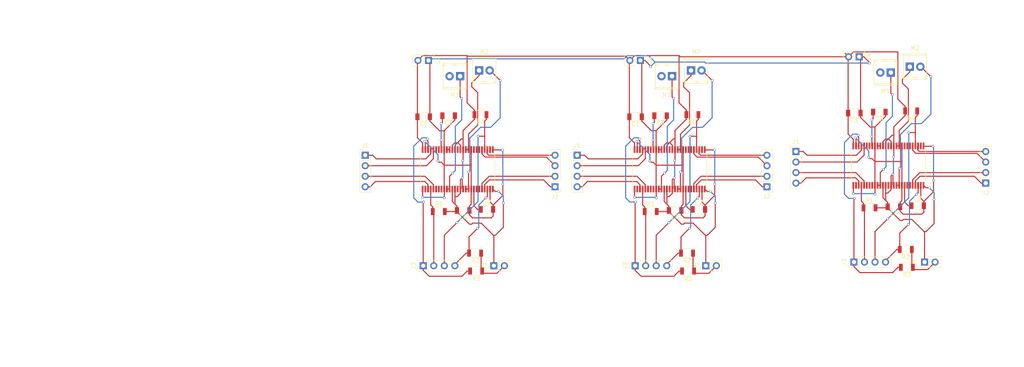
<source format=kicad_pcb>
(kicad_pcb (version 4) (host pcbnew 4.0.6)
  (layers (0 F.Cu signal) (31 B.Cu signal) (34 B.Paste user) (35 F.Paste user) (36 B.SilkS user) (37 F.SilkS user) (38 B.Mask user) (39 F.Mask user) (44 Edge.Cuts user))
  (net 0 "")
  (net 1 /VPWR)
  (net 2 "Net-(C2-Pad1)")
  (net 3 "Net-(C3-Pad2)")
  (net 4 /IN1)
  (net 5 /IN2)
  (net 6 /EN/~D2)
  (net 7 /D1)
  (net 8 /IN3)
  (net 9 /IN4)
  (net 10 /EN/~D4)
  (net 11 /D3)
  (net 12 /~SFA)
  (net 13 /FBA)
  (net 14 /FBB)
  (net 15 /~SFB)
  (net 16 VDD)
  (net 17 /Motor2)
  (net 18 /Motor1)
  (net 19 /Motor4)
  (net 20 /Motor3)
  (net 21 GNDA)
  (module Pin_Headers:Pin_Header_Straight_1x02_Pitch2.54mm (layer F.Cu) (at 140.589 118.491 90)
    (fp_text reference J5 (at 0 -2.33 90) (layer F.SilkS))
    (fp_text value Conn_01x02)
    (pad 1 thru_hole rect (at 0 0 90) (size 1.7 1.7) (drill 1) (layers *.Cu *.Mask) (net 21 GNDA))
    (pad 2 thru_hole oval (at 0 2.54 90) (size 1.7 1.7) (drill 1) (layers *.Cu *.Mask) (net 16 VDD))
  )
  (module Resistors_SMD:R_1206 (layer F.Cu) (at 127.328 105.41)
    (fp_text reference R1 (at 0 -1.85) (layer F.SilkS))
    (fp_text value 10k)
    (pad 1 smd rect (at -1.45 0) (size 0.9 1.7) (layers F.Cu F.Paste F.Mask) (net 13 /FBA))
    (pad 2 smd rect (at 1.45 0) (size 0.9 1.7) (layers F.Cu F.Paste F.Mask) (net 21 GNDA))
  )
  (module Resistors_SMD:R_1206 (layer F.Cu) (at 136.07 115.443 180)
    (fp_text reference R2 (at 0 -1.85 180) (layer F.SilkS))
    (fp_text value 10k)
    (pad 1 smd rect (at -1.45 0 180) (size 0.9 1.7) (layers F.Cu F.Paste F.Mask) (net 16 VDD))
    (pad 2 smd rect (at 1.45 0 180) (size 0.9 1.7) (layers F.Cu F.Paste F.Mask) (net 15 /~SFB))
  )
  (module Resistors_SMD:R_1206 (layer F.Cu) (at 136.324 119.761 180)
    (fp_text reference R3 (at 0 -1.85 180) (layer F.SilkS))
    (fp_text value 10k)
    (pad 1 smd rect (at -1.45 0 180) (size 0.9 1.7) (layers F.Cu F.Paste F.Mask) (net 16 VDD))
    (pad 2 smd rect (at 1.45 0 180) (size 0.9 1.7) (layers F.Cu F.Paste F.Mask) (net 12 /~SFA))
  )
  (module Pin_Headers:Pin_Header_Straight_1x04_Pitch2.54mm (layer F.Cu) (at 123.571 118.491 90)
    (fp_text reference J3 (at 0 -2.33 90) (layer F.SilkS))
    (fp_text value Conn_01x04)
    (pad 1 thru_hole rect (at 0 0 90) (size 1.7 1.7) (drill 1) (layers *.Cu *.Mask) (net 12 /~SFA))
    (pad 2 thru_hole oval (at 0 2.54 90) (size 1.7 1.7) (drill 1) (layers *.Cu *.Mask) (net 13 /FBA))
    (pad 3 thru_hole oval (at 0 5.08 90) (size 1.7 1.7) (drill 1) (layers *.Cu *.Mask) (net 14 /FBB))
    (pad 4 thru_hole oval (at 0 7.62 90) (size 1.7 1.7) (drill 1) (layers *.Cu *.Mask) (net 15 /~SFB))
  )
  (module Pin_Headers:Pin_Header_Straight_1x02_Pitch2.54mm (layer F.Cu) (at 124.841 68.961 270)
    (fp_text reference J4 (at 0 -2.33 270) (layer F.SilkS))
    (fp_text value Power)
    (pad 1 thru_hole rect (at 0 0 270) (size 1.7 1.7) (drill 1) (layers *.Cu *.Mask) (net 1 /VPWR))
    (pad 2 thru_hole oval (at 0 2.54 270) (size 1.7 1.7) (drill 1) (layers *.Cu *.Mask) (net 21 GNDA))
  )
  (module TerminalBlocks_Phoenix:TerminalBlock_Phoenix_MPT-2.54mm_2pol (layer F.Cu) (at 137.033 71.374)
    (fp_text reference M2 (at 1.27 -4.50088) (layer F.SilkS))
    (fp_text value Motor_DC)
    (pad 2 thru_hole oval (at 2.54 0) (size 1.99898 1.99898) (drill 1.09728) (layers *.Cu *.Mask) (net 19 /Motor4))
    (pad 1 thru_hole rect (at 0 0) (size 1.99898 1.99898) (drill 1.09728) (layers *.Cu *.Mask) (net 20 /Motor3))
    (pad "" np_thru_hole circle (at 0 2.54) (size 1.1 1.1) (drill 1.1) (layers *.Cu *.Mask))
    (pad "" np_thru_hole circle (at 2.54 2.54) (size 1.1 1.1) (drill 1.1) (layers *.Cu *.Mask))
  )
  (module TerminalBlocks_Phoenix:TerminalBlock_Phoenix_MPT-2.54mm_2pol (layer F.Cu) (at 132.461 72.771 180)
    (fp_text reference M1 (at 1.27 -4.50088 180) (layer F.SilkS))
    (fp_text value Motor_DC)
    (pad 2 thru_hole oval (at 2.54 0 180) (size 1.99898 1.99898) (drill 1.09728) (layers *.Cu *.Mask) (net 17 /Motor2))
    (pad 1 thru_hole rect (at 0 0 180) (size 1.99898 1.99898) (drill 1.09728) (layers *.Cu *.Mask) (net 18 /Motor1))
    (pad "" np_thru_hole circle (at 0 2.54 180) (size 1.1 1.1) (drill 1.1) (layers *.Cu *.Mask))
    (pad "" np_thru_hole circle (at 2.54 2.54 180) (size 1.1 1.1) (drill 1.1) (layers *.Cu *.Mask))
  )
  (module Capacitors_SMD:C_1206 (layer F.Cu) (at 129.691 82.296 180)
    (fp_text reference C3 (at 0 -1.75 180) (layer F.SilkS))
    (fp_text value 100nF)
    (pad 1 smd rect (at -1.5 0 180) (size 1 1.6) (layers F.Cu F.Paste F.Mask) (net 1 /VPWR))
    (pad 2 smd rect (at 1.5 0 180) (size 1 1.6) (layers F.Cu F.Paste F.Mask) (net 3 "Net-(C3-Pad2)"))
  )
  (module Capacitors_SMD:C_1206 (layer F.Cu) (at 123.674 82.55 180)
    (fp_text reference C1 (at 0 -1.75 180) (layer F.SilkS))
    (fp_text value 100nF)
    (pad 1 smd rect (at -1.5 0 180) (size 1 1.6) (layers F.Cu F.Paste F.Mask) (net 1 /VPWR))
    (pad 2 smd rect (at 1.5 0 180) (size 1 1.6) (layers F.Cu F.Paste F.Mask) (net 21 GNDA))
  )
  (module Resistors_SMD:R_1206 (layer F.Cu) (at 137.361 82.042 180)
    (fp_text reference R4 (at 0 -1.85 180) (layer F.SilkS))
    (fp_text value 10k)
    (pad 1 smd rect (at -1.45 0 180) (size 0.9 1.7) (layers F.Cu F.Paste F.Mask) (net 14 /FBB))
    (pad 2 smd rect (at 1.45 0 180) (size 0.9 1.7) (layers F.Cu F.Paste F.Mask) (net 21 GNDA))
  )
  (module Pin_Headers:Pin_Header_Straight_1x04_Pitch2.54mm (layer F.Cu) (at 109.601 91.821)
    (fp_text reference J1 (at 0 -2.33) (layer F.SilkS))
    (fp_text value H_Bridge1)
    (pad 1 thru_hole rect (at 0 0) (size 1.7 1.7) (drill 1) (layers *.Cu *.Mask) (net 4 /IN1))
    (pad 2 thru_hole oval (at 0 2.54) (size 1.7 1.7) (drill 1) (layers *.Cu *.Mask) (net 5 /IN2))
    (pad 3 thru_hole oval (at 0 5.08) (size 1.7 1.7) (drill 1) (layers *.Cu *.Mask) (net 6 /EN/~D2))
    (pad 4 thru_hole oval (at 0 7.62) (size 1.7 1.7) (drill 1) (layers *.Cu *.Mask) (net 7 /D1))
  )
  (module Pin_Headers:Pin_Header_Straight_1x04_Pitch2.54mm (layer F.Cu) (at 155.321 99.441 180)
    (fp_text reference J2 (at 0 -2.33 180) (layer F.SilkS))
    (fp_text value H_Bridge2)
    (pad 1 thru_hole rect (at 0 0 180) (size 1.7 1.7) (drill 1) (layers *.Cu *.Mask) (net 8 /IN3))
    (pad 2 thru_hole oval (at 0 2.54 180) (size 1.7 1.7) (drill 1) (layers *.Cu *.Mask) (net 9 /IN4))
    (pad 3 thru_hole oval (at 0 5.08 180) (size 1.7 1.7) (drill 1) (layers *.Cu *.Mask) (net 10 /EN/~D4))
    (pad 4 thru_hole oval (at 0 7.62 180) (size 1.7 1.7) (drill 1) (layers *.Cu *.Mask) (net 11 /D3))
  )
  (module SOP65P1790X1030X245-55N:SOP65P1790X1030X245-55N (layer F.Cu) (at 131.876009 95.225999 90)
    (fp_text reference U1 (at -2.88941 -9.91282 90) (layer F.SilkS) (effects (font (size 1.01027 1.01027) (thickness 0.05))))
    (fp_text value MC34932 (at -2.2493 9.91911 90) (layer F.SilkS) (effects (font (size 1.01092 1.01092) (thickness 0.05))))
    (pad 1 smd rect (at -4.755 -8.45 90) (size 1.6 0.43) (layers F.Cu F.Paste F.Mask) (net 1 /VPWR))
    (pad 2 smd rect (at -4.755 -7.8 90) (size 1.6 0.43) (layers F.Cu F.Paste F.Mask))
    (pad 3 smd rect (at -4.755 -7.15 90) (size 1.6 0.43) (layers F.Cu F.Paste F.Mask) (net 7 /D1))
    (pad 4 smd rect (at -4.755 -6.5 90) (size 1.6 0.43) (layers F.Cu F.Paste F.Mask) (net 13 /FBA))
    (pad 5 smd rect (at -4.755 -5.85 90) (size 1.6 0.43) (layers F.Cu F.Paste F.Mask) (net 6 /EN/~D2))
    (pad 6 smd rect (at -4.755 -5.2 90) (size 1.6 0.43) (layers F.Cu F.Paste F.Mask))
    (pad 7 smd rect (at -4.755 -4.55 90) (size 1.6 0.43) (layers F.Cu F.Paste F.Mask))
    (pad 8 smd rect (at -4.755 -3.9 90) (size 1.6 0.43) (layers F.Cu F.Paste F.Mask))
    (pad 9 smd rect (at -4.755 -3.25 90) (size 1.6 0.43) (layers F.Cu F.Paste F.Mask) (net 1 /VPWR))
    (pad 10 smd rect (at -4.755 -2.6 90) (size 1.6 0.43) (layers F.Cu F.Paste F.Mask) (net 18 /Motor1))
    (pad 11 smd rect (at -4.755 -1.95 90) (size 1.6 0.43) (layers F.Cu F.Paste F.Mask) (net 18 /Motor1))
    (pad 12 smd rect (at -4.755 -1.3 90) (size 1.6 0.43) (layers F.Cu F.Paste F.Mask) (net 21 GNDA))
    (pad 13 smd rect (at -4.755 -0.65 90) (size 1.6 0.43) (layers F.Cu F.Paste F.Mask) (net 21 GNDA))
    (pad 14 smd rect (at -4.755 0 90) (size 1.6 0.43) (layers F.Cu F.Paste F.Mask))
    (pad 15 smd rect (at -4.755 0.65 90) (size 1.6 0.43) (layers F.Cu F.Paste F.Mask) (net 21 GNDA))
    (pad 16 smd rect (at -4.755 1.3 90) (size 1.6 0.43) (layers F.Cu F.Paste F.Mask) (net 21 GNDA))
    (pad 17 smd rect (at -4.755 1.95 90) (size 1.6 0.43) (layers F.Cu F.Paste F.Mask) (net 19 /Motor4))
    (pad 18 smd rect (at -4.755 2.6 90) (size 1.6 0.43) (layers F.Cu F.Paste F.Mask) (net 19 /Motor4))
    (pad 19 smd rect (at -4.755 3.25 90) (size 1.6 0.43) (layers F.Cu F.Paste F.Mask) (net 1 /VPWR))
    (pad 20 smd rect (at -4.755 3.9 90) (size 1.6 0.43) (layers F.Cu F.Paste F.Mask) (net 2 "Net-(C2-Pad1)"))
    (pad 21 smd rect (at -4.755 4.55 90) (size 1.6 0.43) (layers F.Cu F.Paste F.Mask))
    (pad 22 smd rect (at -4.755 5.2 90) (size 1.6 0.43) (layers F.Cu F.Paste F.Mask))
    (pad 23 smd rect (at -4.755 5.85 90) (size 1.6 0.43) (layers F.Cu F.Paste F.Mask) (net 9 /IN4))
    (pad 24 smd rect (at -4.755 6.5 90) (size 1.6 0.43) (layers F.Cu F.Paste F.Mask) (net 8 /IN3))
    (pad 25 smd rect (at -4.755 7.15 90) (size 1.6 0.43) (layers F.Cu F.Paste F.Mask) (net 15 /~SFB))
    (pad 26 smd rect (at -4.755 7.8 90) (size 1.6 0.43) (layers F.Cu F.Paste F.Mask) (net 1 /VPWR))
    (pad 27 smd rect (at -4.755 8.45 90) (size 1.6 0.43) (layers F.Cu F.Paste F.Mask) (net 21 GNDA))
    (pad 28 smd rect (at 4.755 8.45 90) (size 1.6 0.43) (layers F.Cu F.Paste F.Mask) (net 1 /VPWR))
    (pad 29 smd rect (at 4.755 7.8 90) (size 1.6 0.43) (layers F.Cu F.Paste F.Mask))
    (pad 30 smd rect (at 4.755 7.15 90) (size 1.6 0.43) (layers F.Cu F.Paste F.Mask) (net 11 /D3))
    (pad 31 smd rect (at 4.755 6.5 90) (size 1.6 0.43) (layers F.Cu F.Paste F.Mask) (net 14 /FBB))
    (pad 32 smd rect (at 4.755 5.85 90) (size 1.6 0.43) (layers F.Cu F.Paste F.Mask) (net 10 /EN/~D4))
    (pad 33 smd rect (at 4.755 5.2 90) (size 1.6 0.43) (layers F.Cu F.Paste F.Mask))
    (pad 34 smd rect (at 4.755 4.55 90) (size 1.6 0.43) (layers F.Cu F.Paste F.Mask))
    (pad 35 smd rect (at 4.755 3.9 90) (size 1.6 0.43) (layers F.Cu F.Paste F.Mask))
    (pad 36 smd rect (at 4.755 3.25 90) (size 1.6 0.43) (layers F.Cu F.Paste F.Mask) (net 1 /VPWR))
    (pad 37 smd rect (at 4.755 2.6 90) (size 1.6 0.43) (layers F.Cu F.Paste F.Mask) (net 20 /Motor3))
    (pad 38 smd rect (at 4.755 1.95 90) (size 1.6 0.43) (layers F.Cu F.Paste F.Mask) (net 20 /Motor3))
    (pad 39 smd rect (at 4.755 1.3 90) (size 1.6 0.43) (layers F.Cu F.Paste F.Mask) (net 21 GNDA))
    (pad 40 smd rect (at 4.755 0.65 90) (size 1.6 0.43) (layers F.Cu F.Paste F.Mask) (net 21 GNDA))
    (pad 41 smd rect (at 4.755 0 90) (size 1.6 0.43) (layers F.Cu F.Paste F.Mask))
    (pad 42 smd rect (at 4.755 -0.65 90) (size 1.6 0.43) (layers F.Cu F.Paste F.Mask) (net 21 GNDA))
    (pad 43 smd rect (at 4.755 -1.3 90) (size 1.6 0.43) (layers F.Cu F.Paste F.Mask) (net 21 GNDA))
    (pad 44 smd rect (at 4.755 -1.95 90) (size 1.6 0.43) (layers F.Cu F.Paste F.Mask) (net 17 /Motor2))
    (pad 45 smd rect (at 4.755 -2.6 90) (size 1.6 0.43) (layers F.Cu F.Paste F.Mask) (net 17 /Motor2))
    (pad 46 smd rect (at 4.755 -3.25 90) (size 1.6 0.43) (layers F.Cu F.Paste F.Mask) (net 1 /VPWR))
    (pad 47 smd rect (at 4.755 -3.9 90) (size 1.6 0.43) (layers F.Cu F.Paste F.Mask) (net 3 "Net-(C3-Pad2)"))
    (pad 48 smd rect (at 4.755 -4.55 90) (size 1.6 0.43) (layers F.Cu F.Paste F.Mask))
    (pad 49 smd rect (at 4.755 -5.2 90) (size 1.6 0.43) (layers F.Cu F.Paste F.Mask))
    (pad 50 smd rect (at 4.755 -5.85 90) (size 1.6 0.43) (layers F.Cu F.Paste F.Mask) (net 5 /IN2))
    (pad 51 smd rect (at 4.755 -6.5 90) (size 1.6 0.43) (layers F.Cu F.Paste F.Mask) (net 4 /IN1))
    (pad 52 smd rect (at 4.755 -7.15 90) (size 1.6 0.43) (layers F.Cu F.Paste F.Mask) (net 12 /~SFA))
    (pad 53 smd rect (at 4.755 -7.8 90) (size 1.6 0.43) (layers F.Cu F.Paste F.Mask) (net 1 /VPWR))
    (pad 54 smd rect (at 4.755 -8.45 90) (size 1.6 0.43) (layers F.Cu F.Paste F.Mask) (net 21 GNDA))
  )
  (module Capacitors_SMD:C_1206 (layer F.Cu) (at 133.199 105.156 180)
    (fp_text reference C4 (at 0 -1.75 180) (layer F.SilkS))
    (fp_text value 100nF)
    (pad 1 smd rect (at -1.5 0 180) (size 1 1.6) (layers F.Cu F.Paste F.Mask) (net 1 /VPWR))
    (pad 2 smd rect (at 1.5 0 180) (size 1 1.6) (layers F.Cu F.Paste F.Mask) (net 21 GNDA))
  )
  (module Capacitors_SMD:C_1206 (layer F.Cu) (at 138.914 104.902)
    (fp_text reference C2 (at 0 -1.75) (layer F.SilkS))
    (fp_text value 100nF)
    (pad 1 smd rect (at -1.5 0) (size 1 1.6) (layers F.Cu F.Paste F.Mask) (net 2 "Net-(C2-Pad1)"))
    (pad 2 smd rect (at 1.5 0) (size 1 1.6) (layers F.Cu F.Paste F.Mask) (net 1 /VPWR))
  )
  (module Pin_Headers:Pin_Header_Straight_1x02_Pitch2.54mm (layer F.Cu) (at 191.643 118.491 90)
    (fp_text reference J5 (at 0 -2.33 90) (layer F.SilkS))
    (fp_text value Conn_01x02)
    (pad 1 thru_hole rect (at 0 0 90) (size 1.7 1.7) (drill 1) (layers *.Cu *.Mask) (net 21 GNDA))
    (pad 2 thru_hole oval (at 0 2.54 90) (size 1.7 1.7) (drill 1) (layers *.Cu *.Mask) (net 16 VDD))
  )
  (module Resistors_SMD:R_1206 (layer F.Cu) (at 178.382 105.41)
    (fp_text reference R1 (at 0 -1.85) (layer F.SilkS))
    (fp_text value 10k)
    (pad 1 smd rect (at -1.45 0) (size 0.9 1.7) (layers F.Cu F.Paste F.Mask) (net 13 /FBA))
    (pad 2 smd rect (at 1.45 0) (size 0.9 1.7) (layers F.Cu F.Paste F.Mask) (net 21 GNDA))
  )
  (module Resistors_SMD:R_1206 (layer F.Cu) (at 187.124 115.443 180)
    (fp_text reference R2 (at 0 -1.85 180) (layer F.SilkS))
    (fp_text value 10k)
    (pad 1 smd rect (at -1.45 0 180) (size 0.9 1.7) (layers F.Cu F.Paste F.Mask) (net 16 VDD))
    (pad 2 smd rect (at 1.45 0 180) (size 0.9 1.7) (layers F.Cu F.Paste F.Mask) (net 15 /~SFB))
  )
  (module Resistors_SMD:R_1206 (layer F.Cu) (at 187.378 119.761 180)
    (fp_text reference R3 (at 0 -1.85 180) (layer F.SilkS))
    (fp_text value 10k)
    (pad 1 smd rect (at -1.45 0 180) (size 0.9 1.7) (layers F.Cu F.Paste F.Mask) (net 16 VDD))
    (pad 2 smd rect (at 1.45 0 180) (size 0.9 1.7) (layers F.Cu F.Paste F.Mask) (net 12 /~SFA))
  )
  (module Pin_Headers:Pin_Header_Straight_1x04_Pitch2.54mm (layer F.Cu) (at 174.625 118.491 90)
    (fp_text reference J3 (at 0 -2.33 90) (layer F.SilkS))
    (fp_text value Conn_01x04)
    (pad 1 thru_hole rect (at 0 0 90) (size 1.7 1.7) (drill 1) (layers *.Cu *.Mask) (net 12 /~SFA))
    (pad 2 thru_hole oval (at 0 2.54 90) (size 1.7 1.7) (drill 1) (layers *.Cu *.Mask) (net 13 /FBA))
    (pad 3 thru_hole oval (at 0 5.08 90) (size 1.7 1.7) (drill 1) (layers *.Cu *.Mask) (net 14 /FBB))
    (pad 4 thru_hole oval (at 0 7.62 90) (size 1.7 1.7) (drill 1) (layers *.Cu *.Mask) (net 15 /~SFB))
  )
  (module Pin_Headers:Pin_Header_Straight_1x02_Pitch2.54mm (layer F.Cu) (at 175.895 68.961 270)
    (fp_text reference J4 (at 0 -2.33 270) (layer F.SilkS))
    (fp_text value Power)
    (pad 1 thru_hole rect (at 0 0 270) (size 1.7 1.7) (drill 1) (layers *.Cu *.Mask) (net 1 /VPWR))
    (pad 2 thru_hole oval (at 0 2.54 270) (size 1.7 1.7) (drill 1) (layers *.Cu *.Mask) (net 21 GNDA))
  )
  (module TerminalBlocks_Phoenix:TerminalBlock_Phoenix_MPT-2.54mm_2pol (layer F.Cu) (at 188.087 71.374)
    (fp_text reference M2 (at 1.27 -4.50088) (layer F.SilkS))
    (fp_text value Motor_DC)
    (pad 2 thru_hole oval (at 2.54 0) (size 1.99898 1.99898) (drill 1.09728) (layers *.Cu *.Mask) (net 19 /Motor4))
    (pad 1 thru_hole rect (at 0 0) (size 1.99898 1.99898) (drill 1.09728) (layers *.Cu *.Mask) (net 20 /Motor3))
    (pad "" np_thru_hole circle (at 0 2.54) (size 1.1 1.1) (drill 1.1) (layers *.Cu *.Mask))
    (pad "" np_thru_hole circle (at 2.54 2.54) (size 1.1 1.1) (drill 1.1) (layers *.Cu *.Mask))
  )
  (module TerminalBlocks_Phoenix:TerminalBlock_Phoenix_MPT-2.54mm_2pol (layer F.Cu) (at 183.515 72.771 180)
    (fp_text reference M1 (at 1.27 -4.50088 180) (layer F.SilkS))
    (fp_text value Motor_DC)
    (pad 2 thru_hole oval (at 2.54 0 180) (size 1.99898 1.99898) (drill 1.09728) (layers *.Cu *.Mask) (net 17 /Motor2))
    (pad 1 thru_hole rect (at 0 0 180) (size 1.99898 1.99898) (drill 1.09728) (layers *.Cu *.Mask) (net 18 /Motor1))
    (pad "" np_thru_hole circle (at 0 2.54 180) (size 1.1 1.1) (drill 1.1) (layers *.Cu *.Mask))
    (pad "" np_thru_hole circle (at 2.54 2.54 180) (size 1.1 1.1) (drill 1.1) (layers *.Cu *.Mask))
  )
  (module Capacitors_SMD:C_1206 (layer F.Cu) (at 180.745 82.296 180)
    (fp_text reference C3 (at 0 -1.75 180) (layer F.SilkS))
    (fp_text value 100nF)
    (pad 1 smd rect (at -1.5 0 180) (size 1 1.6) (layers F.Cu F.Paste F.Mask) (net 1 /VPWR))
    (pad 2 smd rect (at 1.5 0 180) (size 1 1.6) (layers F.Cu F.Paste F.Mask) (net 3 "Net-(C3-Pad2)"))
  )
  (module Capacitors_SMD:C_1206 (layer F.Cu) (at 174.728 82.55 180)
    (fp_text reference C1 (at 0 -1.75 180) (layer F.SilkS))
    (fp_text value 100nF)
    (pad 1 smd rect (at -1.5 0 180) (size 1 1.6) (layers F.Cu F.Paste F.Mask) (net 1 /VPWR))
    (pad 2 smd rect (at 1.5 0 180) (size 1 1.6) (layers F.Cu F.Paste F.Mask) (net 21 GNDA))
  )
  (module Resistors_SMD:R_1206 (layer F.Cu) (at 188.415 82.042 180)
    (fp_text reference R4 (at 0 -1.85 180) (layer F.SilkS))
    (fp_text value 10k)
    (pad 1 smd rect (at -1.45 0 180) (size 0.9 1.7) (layers F.Cu F.Paste F.Mask) (net 14 /FBB))
    (pad 2 smd rect (at 1.45 0 180) (size 0.9 1.7) (layers F.Cu F.Paste F.Mask) (net 21 GNDA))
  )
  (module Pin_Headers:Pin_Header_Straight_1x04_Pitch2.54mm (layer F.Cu) (at 160.655 91.821)
    (fp_text reference J1 (at 0 -2.33) (layer F.SilkS))
    (fp_text value H_Bridge1)
    (pad 1 thru_hole rect (at 0 0) (size 1.7 1.7) (drill 1) (layers *.Cu *.Mask) (net 4 /IN1))
    (pad 2 thru_hole oval (at 0 2.54) (size 1.7 1.7) (drill 1) (layers *.Cu *.Mask) (net 5 /IN2))
    (pad 3 thru_hole oval (at 0 5.08) (size 1.7 1.7) (drill 1) (layers *.Cu *.Mask) (net 6 /EN/~D2))
    (pad 4 thru_hole oval (at 0 7.62) (size 1.7 1.7) (drill 1) (layers *.Cu *.Mask) (net 7 /D1))
  )
  (module Pin_Headers:Pin_Header_Straight_1x04_Pitch2.54mm (layer F.Cu) (at 206.375 99.441 180)
    (fp_text reference J2 (at 0 -2.33 180) (layer F.SilkS))
    (fp_text value H_Bridge2)
    (pad 1 thru_hole rect (at 0 0 180) (size 1.7 1.7) (drill 1) (layers *.Cu *.Mask) (net 8 /IN3))
    (pad 2 thru_hole oval (at 0 2.54 180) (size 1.7 1.7) (drill 1) (layers *.Cu *.Mask) (net 9 /IN4))
    (pad 3 thru_hole oval (at 0 5.08 180) (size 1.7 1.7) (drill 1) (layers *.Cu *.Mask) (net 10 /EN/~D4))
    (pad 4 thru_hole oval (at 0 7.62 180) (size 1.7 1.7) (drill 1) (layers *.Cu *.Mask) (net 11 /D3))
  )
  (module SOP65P1790X1030X245-55N:SOP65P1790X1030X245-55N (layer F.Cu) (at 182.930009 95.225999 90)
    (fp_text reference U1 (at -2.88941 -9.91282 90) (layer F.SilkS) (effects (font (size 1.01027 1.01027) (thickness 0.05))))
    (fp_text value MC34932 (at -2.2493 9.91911 90) (layer F.SilkS) (effects (font (size 1.01092 1.01092) (thickness 0.05))))
    (pad 1 smd rect (at -4.755 -8.45 90) (size 1.6 0.43) (layers F.Cu F.Paste F.Mask) (net 1 /VPWR))
    (pad 2 smd rect (at -4.755 -7.8 90) (size 1.6 0.43) (layers F.Cu F.Paste F.Mask))
    (pad 3 smd rect (at -4.755 -7.15 90) (size 1.6 0.43) (layers F.Cu F.Paste F.Mask) (net 7 /D1))
    (pad 4 smd rect (at -4.755 -6.5 90) (size 1.6 0.43) (layers F.Cu F.Paste F.Mask) (net 13 /FBA))
    (pad 5 smd rect (at -4.755 -5.85 90) (size 1.6 0.43) (layers F.Cu F.Paste F.Mask) (net 6 /EN/~D2))
    (pad 6 smd rect (at -4.755 -5.2 90) (size 1.6 0.43) (layers F.Cu F.Paste F.Mask))
    (pad 7 smd rect (at -4.755 -4.55 90) (size 1.6 0.43) (layers F.Cu F.Paste F.Mask))
    (pad 8 smd rect (at -4.755 -3.9 90) (size 1.6 0.43) (layers F.Cu F.Paste F.Mask))
    (pad 9 smd rect (at -4.755 -3.25 90) (size 1.6 0.43) (layers F.Cu F.Paste F.Mask) (net 1 /VPWR))
    (pad 10 smd rect (at -4.755 -2.6 90) (size 1.6 0.43) (layers F.Cu F.Paste F.Mask) (net 18 /Motor1))
    (pad 11 smd rect (at -4.755 -1.95 90) (size 1.6 0.43) (layers F.Cu F.Paste F.Mask) (net 18 /Motor1))
    (pad 12 smd rect (at -4.755 -1.3 90) (size 1.6 0.43) (layers F.Cu F.Paste F.Mask) (net 21 GNDA))
    (pad 13 smd rect (at -4.755 -0.65 90) (size 1.6 0.43) (layers F.Cu F.Paste F.Mask) (net 21 GNDA))
    (pad 14 smd rect (at -4.755 0 90) (size 1.6 0.43) (layers F.Cu F.Paste F.Mask))
    (pad 15 smd rect (at -4.755 0.65 90) (size 1.6 0.43) (layers F.Cu F.Paste F.Mask) (net 21 GNDA))
    (pad 16 smd rect (at -4.755 1.3 90) (size 1.6 0.43) (layers F.Cu F.Paste F.Mask) (net 21 GNDA))
    (pad 17 smd rect (at -4.755 1.95 90) (size 1.6 0.43) (layers F.Cu F.Paste F.Mask) (net 19 /Motor4))
    (pad 18 smd rect (at -4.755 2.6 90) (size 1.6 0.43) (layers F.Cu F.Paste F.Mask) (net 19 /Motor4))
    (pad 19 smd rect (at -4.755 3.25 90) (size 1.6 0.43) (layers F.Cu F.Paste F.Mask) (net 1 /VPWR))
    (pad 20 smd rect (at -4.755 3.9 90) (size 1.6 0.43) (layers F.Cu F.Paste F.Mask) (net 2 "Net-(C2-Pad1)"))
    (pad 21 smd rect (at -4.755 4.55 90) (size 1.6 0.43) (layers F.Cu F.Paste F.Mask))
    (pad 22 smd rect (at -4.755 5.2 90) (size 1.6 0.43) (layers F.Cu F.Paste F.Mask))
    (pad 23 smd rect (at -4.755 5.85 90) (size 1.6 0.43) (layers F.Cu F.Paste F.Mask) (net 9 /IN4))
    (pad 24 smd rect (at -4.755 6.5 90) (size 1.6 0.43) (layers F.Cu F.Paste F.Mask) (net 8 /IN3))
    (pad 25 smd rect (at -4.755 7.15 90) (size 1.6 0.43) (layers F.Cu F.Paste F.Mask) (net 15 /~SFB))
    (pad 26 smd rect (at -4.755 7.8 90) (size 1.6 0.43) (layers F.Cu F.Paste F.Mask) (net 1 /VPWR))
    (pad 27 smd rect (at -4.755 8.45 90) (size 1.6 0.43) (layers F.Cu F.Paste F.Mask) (net 21 GNDA))
    (pad 28 smd rect (at 4.755 8.45 90) (size 1.6 0.43) (layers F.Cu F.Paste F.Mask) (net 1 /VPWR))
    (pad 29 smd rect (at 4.755 7.8 90) (size 1.6 0.43) (layers F.Cu F.Paste F.Mask))
    (pad 30 smd rect (at 4.755 7.15 90) (size 1.6 0.43) (layers F.Cu F.Paste F.Mask) (net 11 /D3))
    (pad 31 smd rect (at 4.755 6.5 90) (size 1.6 0.43) (layers F.Cu F.Paste F.Mask) (net 14 /FBB))
    (pad 32 smd rect (at 4.755 5.85 90) (size 1.6 0.43) (layers F.Cu F.Paste F.Mask) (net 10 /EN/~D4))
    (pad 33 smd rect (at 4.755 5.2 90) (size 1.6 0.43) (layers F.Cu F.Paste F.Mask))
    (pad 34 smd rect (at 4.755 4.55 90) (size 1.6 0.43) (layers F.Cu F.Paste F.Mask))
    (pad 35 smd rect (at 4.755 3.9 90) (size 1.6 0.43) (layers F.Cu F.Paste F.Mask))
    (pad 36 smd rect (at 4.755 3.25 90) (size 1.6 0.43) (layers F.Cu F.Paste F.Mask) (net 1 /VPWR))
    (pad 37 smd rect (at 4.755 2.6 90) (size 1.6 0.43) (layers F.Cu F.Paste F.Mask) (net 20 /Motor3))
    (pad 38 smd rect (at 4.755 1.95 90) (size 1.6 0.43) (layers F.Cu F.Paste F.Mask) (net 20 /Motor3))
    (pad 39 smd rect (at 4.755 1.3 90) (size 1.6 0.43) (layers F.Cu F.Paste F.Mask) (net 21 GNDA))
    (pad 40 smd rect (at 4.755 0.65 90) (size 1.6 0.43) (layers F.Cu F.Paste F.Mask) (net 21 GNDA))
    (pad 41 smd rect (at 4.755 0 90) (size 1.6 0.43) (layers F.Cu F.Paste F.Mask))
    (pad 42 smd rect (at 4.755 -0.65 90) (size 1.6 0.43) (layers F.Cu F.Paste F.Mask) (net 21 GNDA))
    (pad 43 smd rect (at 4.755 -1.3 90) (size 1.6 0.43) (layers F.Cu F.Paste F.Mask) (net 21 GNDA))
    (pad 44 smd rect (at 4.755 -1.95 90) (size 1.6 0.43) (layers F.Cu F.Paste F.Mask) (net 17 /Motor2))
    (pad 45 smd rect (at 4.755 -2.6 90) (size 1.6 0.43) (layers F.Cu F.Paste F.Mask) (net 17 /Motor2))
    (pad 46 smd rect (at 4.755 -3.25 90) (size 1.6 0.43) (layers F.Cu F.Paste F.Mask) (net 1 /VPWR))
    (pad 47 smd rect (at 4.755 -3.9 90) (size 1.6 0.43) (layers F.Cu F.Paste F.Mask) (net 3 "Net-(C3-Pad2)"))
    (pad 48 smd rect (at 4.755 -4.55 90) (size 1.6 0.43) (layers F.Cu F.Paste F.Mask))
    (pad 49 smd rect (at 4.755 -5.2 90) (size 1.6 0.43) (layers F.Cu F.Paste F.Mask))
    (pad 50 smd rect (at 4.755 -5.85 90) (size 1.6 0.43) (layers F.Cu F.Paste F.Mask) (net 5 /IN2))
    (pad 51 smd rect (at 4.755 -6.5 90) (size 1.6 0.43) (layers F.Cu F.Paste F.Mask) (net 4 /IN1))
    (pad 52 smd rect (at 4.755 -7.15 90) (size 1.6 0.43) (layers F.Cu F.Paste F.Mask) (net 12 /~SFA))
    (pad 53 smd rect (at 4.755 -7.8 90) (size 1.6 0.43) (layers F.Cu F.Paste F.Mask) (net 1 /VPWR))
    (pad 54 smd rect (at 4.755 -8.45 90) (size 1.6 0.43) (layers F.Cu F.Paste F.Mask) (net 21 GNDA))
  )
  (module Capacitors_SMD:C_1206 (layer F.Cu) (at 184.253 105.156 180)
    (fp_text reference C4 (at 0 -1.75 180) (layer F.SilkS))
    (fp_text value 100nF)
    (pad 1 smd rect (at -1.5 0 180) (size 1 1.6) (layers F.Cu F.Paste F.Mask) (net 1 /VPWR))
    (pad 2 smd rect (at 1.5 0 180) (size 1 1.6) (layers F.Cu F.Paste F.Mask) (net 21 GNDA))
  )
  (module Capacitors_SMD:C_1206 (layer F.Cu) (at 189.968 104.902)
    (fp_text reference C2 (at 0 -1.75) (layer F.SilkS))
    (fp_text value 100nF)
    (pad 1 smd rect (at -1.5 0) (size 1 1.6) (layers F.Cu F.Paste F.Mask) (net 2 "Net-(C2-Pad1)"))
    (pad 2 smd rect (at 1.5 0) (size 1 1.6) (layers F.Cu F.Paste F.Mask) (net 1 /VPWR))
  )
  (module Capacitors_SMD:C_1206 (layer F.Cu) (at 242.673 104.013)
    (fp_text reference C2 (at 0 -1.75) (layer F.SilkS))
    (fp_text value 100nF)
    (pad 1 smd rect (at -1.5 0) (size 1 1.6) (layers F.Cu F.Paste F.Mask) (net 2 "Net-(C2-Pad1)"))
    (pad 2 smd rect (at 1.5 0) (size 1 1.6) (layers F.Cu F.Paste F.Mask) (net 1 /VPWR))
  )
  (module SOP65P1790X1030X245-55N:SOP65P1790X1030X245-55N (layer F.Cu) (at 235.635009 94.336999 90)
    (fp_text reference U1 (at -2.88941 -9.91282 90) (layer F.SilkS) (effects (font (size 1.01027 1.01027) (thickness 0.05))))
    (fp_text value MC34932 (at -2.2493 9.91911 90) (layer F.SilkS) (effects (font (size 1.01092 1.01092) (thickness 0.05))))
    (pad 1 smd rect (at -4.755 -8.45 90) (size 1.6 0.43) (layers F.Cu F.Paste F.Mask) (net 1 /VPWR))
    (pad 2 smd rect (at -4.755 -7.8 90) (size 1.6 0.43) (layers F.Cu F.Paste F.Mask))
    (pad 3 smd rect (at -4.755 -7.15 90) (size 1.6 0.43) (layers F.Cu F.Paste F.Mask) (net 7 /D1))
    (pad 4 smd rect (at -4.755 -6.5 90) (size 1.6 0.43) (layers F.Cu F.Paste F.Mask) (net 13 /FBA))
    (pad 5 smd rect (at -4.755 -5.85 90) (size 1.6 0.43) (layers F.Cu F.Paste F.Mask) (net 6 /EN/~D2))
    (pad 6 smd rect (at -4.755 -5.2 90) (size 1.6 0.43) (layers F.Cu F.Paste F.Mask))
    (pad 7 smd rect (at -4.755 -4.55 90) (size 1.6 0.43) (layers F.Cu F.Paste F.Mask))
    (pad 8 smd rect (at -4.755 -3.9 90) (size 1.6 0.43) (layers F.Cu F.Paste F.Mask))
    (pad 9 smd rect (at -4.755 -3.25 90) (size 1.6 0.43) (layers F.Cu F.Paste F.Mask) (net 1 /VPWR))
    (pad 10 smd rect (at -4.755 -2.6 90) (size 1.6 0.43) (layers F.Cu F.Paste F.Mask) (net 18 /Motor1))
    (pad 11 smd rect (at -4.755 -1.95 90) (size 1.6 0.43) (layers F.Cu F.Paste F.Mask) (net 18 /Motor1))
    (pad 12 smd rect (at -4.755 -1.3 90) (size 1.6 0.43) (layers F.Cu F.Paste F.Mask) (net 21 GNDA))
    (pad 13 smd rect (at -4.755 -0.65 90) (size 1.6 0.43) (layers F.Cu F.Paste F.Mask) (net 21 GNDA))
    (pad 14 smd rect (at -4.755 0 90) (size 1.6 0.43) (layers F.Cu F.Paste F.Mask))
    (pad 15 smd rect (at -4.755 0.65 90) (size 1.6 0.43) (layers F.Cu F.Paste F.Mask) (net 21 GNDA))
    (pad 16 smd rect (at -4.755 1.3 90) (size 1.6 0.43) (layers F.Cu F.Paste F.Mask) (net 21 GNDA))
    (pad 17 smd rect (at -4.755 1.95 90) (size 1.6 0.43) (layers F.Cu F.Paste F.Mask) (net 19 /Motor4))
    (pad 18 smd rect (at -4.755 2.6 90) (size 1.6 0.43) (layers F.Cu F.Paste F.Mask) (net 19 /Motor4))
    (pad 19 smd rect (at -4.755 3.25 90) (size 1.6 0.43) (layers F.Cu F.Paste F.Mask) (net 1 /VPWR))
    (pad 20 smd rect (at -4.755 3.9 90) (size 1.6 0.43) (layers F.Cu F.Paste F.Mask) (net 2 "Net-(C2-Pad1)"))
    (pad 21 smd rect (at -4.755 4.55 90) (size 1.6 0.43) (layers F.Cu F.Paste F.Mask))
    (pad 22 smd rect (at -4.755 5.2 90) (size 1.6 0.43) (layers F.Cu F.Paste F.Mask))
    (pad 23 smd rect (at -4.755 5.85 90) (size 1.6 0.43) (layers F.Cu F.Paste F.Mask) (net 9 /IN4))
    (pad 24 smd rect (at -4.755 6.5 90) (size 1.6 0.43) (layers F.Cu F.Paste F.Mask) (net 8 /IN3))
    (pad 25 smd rect (at -4.755 7.15 90) (size 1.6 0.43) (layers F.Cu F.Paste F.Mask) (net 15 /~SFB))
    (pad 26 smd rect (at -4.755 7.8 90) (size 1.6 0.43) (layers F.Cu F.Paste F.Mask) (net 1 /VPWR))
    (pad 27 smd rect (at -4.755 8.45 90) (size 1.6 0.43) (layers F.Cu F.Paste F.Mask) (net 21 GNDA))
    (pad 28 smd rect (at 4.755 8.45 90) (size 1.6 0.43) (layers F.Cu F.Paste F.Mask) (net 1 /VPWR))
    (pad 29 smd rect (at 4.755 7.8 90) (size 1.6 0.43) (layers F.Cu F.Paste F.Mask))
    (pad 30 smd rect (at 4.755 7.15 90) (size 1.6 0.43) (layers F.Cu F.Paste F.Mask) (net 11 /D3))
    (pad 31 smd rect (at 4.755 6.5 90) (size 1.6 0.43) (layers F.Cu F.Paste F.Mask) (net 14 /FBB))
    (pad 32 smd rect (at 4.755 5.85 90) (size 1.6 0.43) (layers F.Cu F.Paste F.Mask) (net 10 /EN/~D4))
    (pad 33 smd rect (at 4.755 5.2 90) (size 1.6 0.43) (layers F.Cu F.Paste F.Mask))
    (pad 34 smd rect (at 4.755 4.55 90) (size 1.6 0.43) (layers F.Cu F.Paste F.Mask))
    (pad 35 smd rect (at 4.755 3.9 90) (size 1.6 0.43) (layers F.Cu F.Paste F.Mask))
    (pad 36 smd rect (at 4.755 3.25 90) (size 1.6 0.43) (layers F.Cu F.Paste F.Mask) (net 1 /VPWR))
    (pad 37 smd rect (at 4.755 2.6 90) (size 1.6 0.43) (layers F.Cu F.Paste F.Mask) (net 20 /Motor3))
    (pad 38 smd rect (at 4.755 1.95 90) (size 1.6 0.43) (layers F.Cu F.Paste F.Mask) (net 20 /Motor3))
    (pad 39 smd rect (at 4.755 1.3 90) (size 1.6 0.43) (layers F.Cu F.Paste F.Mask) (net 21 GNDA))
    (pad 40 smd rect (at 4.755 0.65 90) (size 1.6 0.43) (layers F.Cu F.Paste F.Mask) (net 21 GNDA))
    (pad 41 smd rect (at 4.755 0 90) (size 1.6 0.43) (layers F.Cu F.Paste F.Mask))
    (pad 42 smd rect (at 4.755 -0.65 90) (size 1.6 0.43) (layers F.Cu F.Paste F.Mask) (net 21 GNDA))
    (pad 43 smd rect (at 4.755 -1.3 90) (size 1.6 0.43) (layers F.Cu F.Paste F.Mask) (net 21 GNDA))
    (pad 44 smd rect (at 4.755 -1.95 90) (size 1.6 0.43) (layers F.Cu F.Paste F.Mask) (net 17 /Motor2))
    (pad 45 smd rect (at 4.755 -2.6 90) (size 1.6 0.43) (layers F.Cu F.Paste F.Mask) (net 17 /Motor2))
    (pad 46 smd rect (at 4.755 -3.25 90) (size 1.6 0.43) (layers F.Cu F.Paste F.Mask) (net 1 /VPWR))
    (pad 47 smd rect (at 4.755 -3.9 90) (size 1.6 0.43) (layers F.Cu F.Paste F.Mask) (net 3 "Net-(C3-Pad2)"))
    (pad 48 smd rect (at 4.755 -4.55 90) (size 1.6 0.43) (layers F.Cu F.Paste F.Mask))
    (pad 49 smd rect (at 4.755 -5.2 90) (size 1.6 0.43) (layers F.Cu F.Paste F.Mask))
    (pad 50 smd rect (at 4.755 -5.85 90) (size 1.6 0.43) (layers F.Cu F.Paste F.Mask) (net 5 /IN2))
    (pad 51 smd rect (at 4.755 -6.5 90) (size 1.6 0.43) (layers F.Cu F.Paste F.Mask) (net 4 /IN1))
    (pad 52 smd rect (at 4.755 -7.15 90) (size 1.6 0.43) (layers F.Cu F.Paste F.Mask) (net 12 /~SFA))
    (pad 53 smd rect (at 4.755 -7.8 90) (size 1.6 0.43) (layers F.Cu F.Paste F.Mask) (net 1 /VPWR))
    (pad 54 smd rect (at 4.755 -8.45 90) (size 1.6 0.43) (layers F.Cu F.Paste F.Mask) (net 21 GNDA))
  )
  (module Capacitors_SMD:C_1206 (layer F.Cu) (at 236.958 104.267 180)
    (fp_text reference C4 (at 0 -1.75 180) (layer F.SilkS))
    (fp_text value 100nF)
    (pad 1 smd rect (at -1.5 0 180) (size 1 1.6) (layers F.Cu F.Paste F.Mask) (net 1 /VPWR))
    (pad 2 smd rect (at 1.5 0 180) (size 1 1.6) (layers F.Cu F.Paste F.Mask) (net 21 GNDA))
  )
  (module Resistors_SMD:R_1206 (layer F.Cu) (at 240.083 118.872 180)
    (fp_text reference R3 (at 0 -1.85 180) (layer F.SilkS))
    (fp_text value 10k)
    (pad 1 smd rect (at -1.45 0 180) (size 0.9 1.7) (layers F.Cu F.Paste F.Mask) (net 16 VDD))
    (pad 2 smd rect (at 1.45 0 180) (size 0.9 1.7) (layers F.Cu F.Paste F.Mask) (net 12 /~SFA))
  )
  (module Resistors_SMD:R_1206 (layer F.Cu) (at 239.829 114.554 180)
    (fp_text reference R2 (at 0 -1.85 180) (layer F.SilkS))
    (fp_text value 10k)
    (pad 1 smd rect (at -1.45 0 180) (size 0.9 1.7) (layers F.Cu F.Paste F.Mask) (net 16 VDD))
    (pad 2 smd rect (at 1.45 0 180) (size 0.9 1.7) (layers F.Cu F.Paste F.Mask) (net 15 /~SFB))
  )
  (module Resistors_SMD:R_1206 (layer F.Cu) (at 231.087 104.521)
    (fp_text reference R1 (at 0 -1.85) (layer F.SilkS))
    (fp_text value 10k)
    (pad 1 smd rect (at -1.45 0) (size 0.9 1.7) (layers F.Cu F.Paste F.Mask) (net 13 /FBA))
    (pad 2 smd rect (at 1.45 0) (size 0.9 1.7) (layers F.Cu F.Paste F.Mask) (net 21 GNDA))
  )
  (module Resistors_SMD:R_1206 (layer F.Cu) (at 241.12 81.153 180)
    (fp_text reference R4 (at 0 -1.85 180) (layer F.SilkS))
    (fp_text value 10k)
    (pad 1 smd rect (at -1.45 0 180) (size 0.9 1.7) (layers F.Cu F.Paste F.Mask) (net 14 /FBB))
    (pad 2 smd rect (at 1.45 0 180) (size 0.9 1.7) (layers F.Cu F.Paste F.Mask) (net 21 GNDA))
  )
  (module TerminalBlocks_Phoenix:TerminalBlock_Phoenix_MPT-2.54mm_2pol (layer F.Cu) (at 236.22 71.882 180)
    (fp_text reference M1 (at 1.27 -4.50088 180) (layer F.SilkS))
    (fp_text value Motor_DC)
    (pad 2 thru_hole oval (at 2.54 0 180) (size 1.99898 1.99898) (drill 1.09728) (layers *.Cu *.Mask) (net 17 /Motor2))
    (pad 1 thru_hole rect (at 0 0 180) (size 1.99898 1.99898) (drill 1.09728) (layers *.Cu *.Mask) (net 18 /Motor1))
    (pad "" np_thru_hole circle (at 0 2.54 180) (size 1.1 1.1) (drill 1.1) (layers *.Cu *.Mask))
    (pad "" np_thru_hole circle (at 2.54 2.54 180) (size 1.1 1.1) (drill 1.1) (layers *.Cu *.Mask))
  )
  (module Capacitors_SMD:C_1206 (layer F.Cu) (at 227.433 81.661 180)
    (fp_text reference C1 (at 0 -1.75 180) (layer F.SilkS))
    (fp_text value 100nF)
    (pad 1 smd rect (at -1.5 0 180) (size 1 1.6) (layers F.Cu F.Paste F.Mask) (net 1 /VPWR))
    (pad 2 smd rect (at 1.5 0 180) (size 1 1.6) (layers F.Cu F.Paste F.Mask) (net 21 GNDA))
  )
  (module Capacitors_SMD:C_1206 (layer F.Cu) (at 233.45 81.407 180)
    (fp_text reference C3 (at 0 -1.75 180) (layer F.SilkS))
    (fp_text value 100nF)
    (pad 1 smd rect (at -1.5 0 180) (size 1 1.6) (layers F.Cu F.Paste F.Mask) (net 1 /VPWR))
    (pad 2 smd rect (at 1.5 0 180) (size 1 1.6) (layers F.Cu F.Paste F.Mask) (net 3 "Net-(C3-Pad2)"))
  )
  (module TerminalBlocks_Phoenix:TerminalBlock_Phoenix_MPT-2.54mm_2pol (layer F.Cu) (at 240.792 70.485)
    (fp_text reference M2 (at 1.27 -4.50088) (layer F.SilkS))
    (fp_text value Motor_DC)
    (pad 2 thru_hole oval (at 2.54 0) (size 1.99898 1.99898) (drill 1.09728) (layers *.Cu *.Mask) (net 19 /Motor4))
    (pad 1 thru_hole rect (at 0 0) (size 1.99898 1.99898) (drill 1.09728) (layers *.Cu *.Mask) (net 20 /Motor3))
    (pad "" np_thru_hole circle (at 0 2.54) (size 1.1 1.1) (drill 1.1) (layers *.Cu *.Mask))
    (pad "" np_thru_hole circle (at 2.54 2.54) (size 1.1 1.1) (drill 1.1) (layers *.Cu *.Mask))
  )
  (module Pin_Headers:Pin_Header_Straight_1x04_Pitch2.54mm (layer F.Cu) (at 213.36 90.932)
    (fp_text reference J1 (at 0 -2.33) (layer F.SilkS))
    (fp_text value H_Bridge1)
    (pad 1 thru_hole rect (at 0 0) (size 1.7 1.7) (drill 1) (layers *.Cu *.Mask) (net 4 /IN1))
    (pad 2 thru_hole oval (at 0 2.54) (size 1.7 1.7) (drill 1) (layers *.Cu *.Mask) (net 5 /IN2))
    (pad 3 thru_hole oval (at 0 5.08) (size 1.7 1.7) (drill 1) (layers *.Cu *.Mask) (net 6 /EN/~D2))
    (pad 4 thru_hole oval (at 0 7.62) (size 1.7 1.7) (drill 1) (layers *.Cu *.Mask) (net 7 /D1))
  )
  (module Pin_Headers:Pin_Header_Straight_1x04_Pitch2.54mm (layer F.Cu) (at 259.08 98.552 180)
    (fp_text reference J2 (at 0 -2.33 180) (layer F.SilkS))
    (fp_text value H_Bridge2)
    (pad 1 thru_hole rect (at 0 0 180) (size 1.7 1.7) (drill 1) (layers *.Cu *.Mask) (net 8 /IN3))
    (pad 2 thru_hole oval (at 0 2.54 180) (size 1.7 1.7) (drill 1) (layers *.Cu *.Mask) (net 9 /IN4))
    (pad 3 thru_hole oval (at 0 5.08 180) (size 1.7 1.7) (drill 1) (layers *.Cu *.Mask) (net 10 /EN/~D4))
    (pad 4 thru_hole oval (at 0 7.62 180) (size 1.7 1.7) (drill 1) (layers *.Cu *.Mask) (net 11 /D3))
  )
  (module Pin_Headers:Pin_Header_Straight_1x04_Pitch2.54mm (layer F.Cu) (at 227.33 117.602 90)
    (fp_text reference J3 (at 0 -2.33 90) (layer F.SilkS))
    (fp_text value Conn_01x04)
    (pad 1 thru_hole rect (at 0 0 90) (size 1.7 1.7) (drill 1) (layers *.Cu *.Mask) (net 12 /~SFA))
    (pad 2 thru_hole oval (at 0 2.54 90) (size 1.7 1.7) (drill 1) (layers *.Cu *.Mask) (net 13 /FBA))
    (pad 3 thru_hole oval (at 0 5.08 90) (size 1.7 1.7) (drill 1) (layers *.Cu *.Mask) (net 14 /FBB))
    (pad 4 thru_hole oval (at 0 7.62 90) (size 1.7 1.7) (drill 1) (layers *.Cu *.Mask) (net 15 /~SFB))
  )
  (module Pin_Headers:Pin_Header_Straight_1x02_Pitch2.54mm (layer F.Cu) (at 228.6 68.072 270)
    (fp_text reference J4 (at 0 -2.33 270) (layer F.SilkS))
    (fp_text value Power)
    (pad 1 thru_hole rect (at 0 0 270) (size 1.7 1.7) (drill 1) (layers *.Cu *.Mask) (net 1 /VPWR))
    (pad 2 thru_hole oval (at 0 2.54 270) (size 1.7 1.7) (drill 1) (layers *.Cu *.Mask) (net 21 GNDA))
  )
  (module Pin_Headers:Pin_Header_Straight_1x02_Pitch2.54mm (layer F.Cu) (at 244.348 117.602 90)
    (fp_text reference J5 (at 0 -2.33 90) (layer F.SilkS))
    (fp_text value Conn_01x02)
    (pad 1 thru_hole rect (at 0 0 90) (size 1.7 1.7) (drill 1) (layers *.Cu *.Mask) (net 21 GNDA))
    (pad 2 thru_hole oval (at 0 2.54 90) (size 1.7 1.7) (drill 1) (layers *.Cu *.Mask) (net 16 VDD))
  )
  (segment (start 171.996998 68.58) (end 172.790999 67.785999) (width 0.25) (layer B.Cu) (net 1))
  (segment (start 172.790999 67.785999) (end 177.867001 67.785999) (width 0.25) (layer B.Cu) (net 1))
  (segment (start 177.867001 67.785999) (end 179.437001 69.355999) (width 0.25) (layer B.Cu) (net 1))
  (segment (start 191.571248 69.596) (end 191.331247 69.355999) (width 0.25) (layer B.Cu) (net 1))
  (segment (start 191.331247 69.355999) (end 179.437001 69.355999) (width 0.25) (layer B.Cu) (net 1))
  (segment (start 179.437001 69.355999) (end 178.607999 70.185001) (width 0.25) (layer B.Cu) (net 1))
  (segment (start 178.607999 70.185001) (end 178.308 70.485) (width 0.25) (layer B.Cu) (net 1))
  (segment (start 142.748 90.678) (end 142.621 90.551) (width 0.25) (layer B.Cu) (net 1))
  (segment (start 142.748 98.806) (end 142.748 90.678) (width 0.25) (layer B.Cu) (net 1))
  (segment (start 123.444 101.981) (end 128.524 101.981) (width 0.25) (layer B.Cu) (net 1))
  (segment (start 127.127 91.694) (end 127.127 93.218) (width 0.25) (layer B.Cu) (net 1))
  (segment (start 128.524 101.981) (end 128.651 102.108) (width 0.25) (layer B.Cu) (net 1))
  (segment (start 123.952 88.519) (end 127.127 91.694) (width 0.25) (layer B.Cu) (net 1))
  (segment (start 124.076009 90.470999) (end 124.076009 88.643009) (width 0.25) (layer F.Cu) (net 1))
  (segment (start 124.076009 88.643009) (end 123.952 88.519) (width 0.25) (layer F.Cu) (net 1))
  (segment (start 128.626009 90.470999) (end 128.626009 91.520999) (width 0.25) (layer F.Cu) (net 1))
  (segment (start 127.426999 93.517999) (end 127.910008 93.517999) (width 0.25) (layer F.Cu) (net 1))
  (segment (start 127.910008 93.517999) (end 128.626009 94.234) (width 0.25) (layer F.Cu) (net 1))
  (segment (start 127.127 93.218) (end 127.426999 93.517999) (width 0.25) (layer F.Cu) (net 1))
  (segment (start 135.126009 90.470999) (end 135.126009 94.234) (width 0.25) (layer F.Cu) (net 1))
  (segment (start 135.126009 91.520999) (end 135.126009 90.470999) (width 0.25) (layer F.Cu) (net 1))
  (segment (start 128.626009 90.470999) (end 128.626009 94.234) (width 0.25) (layer F.Cu) (net 1))
  (segment (start 135.126009 94.234) (end 135.126009 99.980999) (width 0.25) (layer F.Cu) (net 1))
  (segment (start 128.626009 94.234) (end 128.626009 99.416009) (width 0.25) (layer F.Cu) (net 1))
  (segment (start 128.626009 94.234) (end 135.126009 94.234) (width 0.25) (layer F.Cu) (net 1))
  (segment (start 123.426009 99.980999) (end 123.426009 101.963009) (width 0.25) (layer F.Cu) (net 1))
  (segment (start 123.426009 101.963009) (end 123.444 101.981) (width 0.25) (layer F.Cu) (net 1))
  (segment (start 128.626009 99.416009) (end 128.626009 99.980999) (width 0.25) (layer F.Cu) (net 1))
  (segment (start 128.651 102.108) (end 128.651 100.00599) (width 0.25) (layer F.Cu) (net 1))
  (segment (start 128.651 100.00599) (end 128.626009 99.980999) (width 0.25) (layer F.Cu) (net 1))
  (segment (start 125.174 69.294) (end 124.841 68.961) (width 0.25) (layer F.Cu) (net 1))
  (segment (start 131.191 82.296) (end 131.191 83.346) (width 0.25) (layer F.Cu) (net 1))
  (segment (start 125.174 82.55) (end 125.174 69.294) (width 0.25) (layer F.Cu) (net 1))
  (segment (start 125.174 82.55) (end 125.174 83.6) (width 0.25) (layer F.Cu) (net 1))
  (segment (start 128.626009 89.420999) (end 128.626009 90.470999) (width 0.25) (layer F.Cu) (net 1))
  (segment (start 128.626009 85.910991) (end 128.626009 89.420999) (width 0.25) (layer F.Cu) (net 1))
  (segment (start 125.174 83.6) (end 127.484991 85.910991) (width 0.25) (layer F.Cu) (net 1))
  (segment (start 127.484991 85.910991) (end 128.626009 85.910991) (width 0.25) (layer F.Cu) (net 1))
  (segment (start 131.191 83.346) (end 128.626009 85.910991) (width 0.25) (layer F.Cu) (net 1))
  (segment (start 135.126009 103.678991) (end 135.126009 101.030999) (width 0.25) (layer F.Cu) (net 1))
  (segment (start 135.126009 101.030999) (end 135.126009 99.980999) (width 0.25) (layer F.Cu) (net 1))
  (segment (start 139.676009 101.030999) (end 139.676009 99.980999) (width 0.25) (layer F.Cu) (net 1))
  (segment (start 139.954 106.934) (end 140.414 106.474) (width 0.25) (layer F.Cu) (net 1))
  (segment (start 140.414 104.902) (end 140.414 103.852) (width 0.25) (layer F.Cu) (net 1))
  (segment (start 140.414 106.474) (end 140.414 104.902) (width 0.25) (layer F.Cu) (net 1))
  (segment (start 139.676009 103.114009) (end 139.676009 101.030999) (width 0.25) (layer F.Cu) (net 1))
  (segment (start 140.414 103.852) (end 142.748 101.518) (width 0.25) (layer F.Cu) (net 1))
  (segment (start 140.414 103.852) (end 139.676009 103.114009) (width 0.25) (layer F.Cu) (net 1))
  (segment (start 142.748 101.518) (end 142.748 98.806) (width 0.25) (layer F.Cu) (net 1))
  (segment (start 140.40601 90.551) (end 140.326009 90.470999) (width 0.25) (layer F.Cu) (net 1))
  (segment (start 142.621 90.551) (end 140.40601 90.551) (width 0.25) (layer F.Cu) (net 1))
  (segment (start 134.699 104.106) (end 135.126009 103.678991) (width 0.25) (layer F.Cu) (net 1))
  (segment (start 134.699 105.156) (end 134.699 106.206) (width 0.25) (layer F.Cu) (net 1))
  (segment (start 134.699 105.156) (end 134.699 104.106) (width 0.25) (layer F.Cu) (net 1))
  (segment (start 135.427 106.934) (end 139.954 106.934) (width 0.25) (layer F.Cu) (net 1))
  (segment (start 134.699 106.206) (end 135.427 106.934) (width 0.25) (layer F.Cu) (net 1))
  (via (at 127.127 93.218) (size 0.6) (drill 0.4) (layers F.Cu B.Cu) (net 1))
  (via (at 123.444 101.981) (size 0.6) (drill 0.4) (layers F.Cu B.Cu) (net 1))
  (via (at 128.651 102.108) (size 0.6) (drill 0.4) (layers F.Cu B.Cu) (net 1))
  (via (at 142.748 98.806) (size 0.6) (drill 0.4) (layers F.Cu B.Cu) (net 1))
  (via (at 123.952 88.519) (size 0.6) (drill 0.4) (layers F.Cu B.Cu) (net 1))
  (via (at 142.621 90.551) (size 0.6) (drill 0.4) (layers F.Cu B.Cu) (net 1))
  (segment (start 193.802 90.678) (end 193.675 90.551) (width 0.25) (layer B.Cu) (net 1))
  (segment (start 193.802 98.806) (end 193.802 90.678) (width 0.25) (layer B.Cu) (net 1))
  (segment (start 174.498 101.981) (end 179.578 101.981) (width 0.25) (layer B.Cu) (net 1))
  (segment (start 178.181 91.694) (end 178.181 93.218) (width 0.25) (layer B.Cu) (net 1))
  (segment (start 179.578 101.981) (end 179.705 102.108) (width 0.25) (layer B.Cu) (net 1))
  (segment (start 175.006 88.519) (end 178.181 91.694) (width 0.25) (layer B.Cu) (net 1))
  (segment (start 175.130009 90.470999) (end 175.130009 88.643009) (width 0.25) (layer F.Cu) (net 1))
  (segment (start 175.130009 88.643009) (end 175.006 88.519) (width 0.25) (layer F.Cu) (net 1))
  (segment (start 179.680009 90.470999) (end 179.680009 91.520999) (width 0.25) (layer F.Cu) (net 1))
  (segment (start 178.480999 93.517999) (end 178.964008 93.517999) (width 0.25) (layer F.Cu) (net 1))
  (segment (start 178.964008 93.517999) (end 179.680009 94.234) (width 0.25) (layer F.Cu) (net 1))
  (segment (start 178.181 93.218) (end 178.480999 93.517999) (width 0.25) (layer F.Cu) (net 1))
  (segment (start 186.180009 90.470999) (end 186.180009 94.234) (width 0.25) (layer F.Cu) (net 1))
  (segment (start 186.180009 91.520999) (end 186.180009 90.470999) (width 0.25) (layer F.Cu) (net 1))
  (segment (start 179.680009 90.470999) (end 179.680009 94.234) (width 0.25) (layer F.Cu) (net 1))
  (segment (start 186.180009 94.234) (end 186.180009 99.980999) (width 0.25) (layer F.Cu) (net 1))
  (segment (start 179.680009 94.234) (end 179.680009 99.416009) (width 0.25) (layer F.Cu) (net 1))
  (segment (start 179.680009 94.234) (end 186.180009 94.234) (width 0.25) (layer F.Cu) (net 1))
  (segment (start 174.480009 99.980999) (end 174.480009 101.963009) (width 0.25) (layer F.Cu) (net 1))
  (segment (start 174.480009 101.963009) (end 174.498 101.981) (width 0.25) (layer F.Cu) (net 1))
  (segment (start 179.680009 99.416009) (end 179.680009 99.980999) (width 0.25) (layer F.Cu) (net 1))
  (segment (start 179.705 102.108) (end 179.705 100.00599) (width 0.25) (layer F.Cu) (net 1))
  (segment (start 179.705 100.00599) (end 179.680009 99.980999) (width 0.25) (layer F.Cu) (net 1))
  (segment (start 176.995 68.961) (end 178.308 70.274) (width 0.25) (layer F.Cu) (net 1))
  (segment (start 175.895 68.961) (end 176.995 68.961) (width 0.25) (layer F.Cu) (net 1))
  (segment (start 176.228 69.294) (end 175.895 68.961) (width 0.25) (layer F.Cu) (net 1))
  (segment (start 178.308 70.274) (end 178.308 70.485) (width 0.25) (layer F.Cu) (net 1))
  (segment (start 182.245 82.296) (end 182.245 83.346) (width 0.25) (layer F.Cu) (net 1))
  (segment (start 176.228 82.55) (end 176.228 69.294) (width 0.25) (layer F.Cu) (net 1))
  (segment (start 176.228 82.55) (end 176.228 83.6) (width 0.25) (layer F.Cu) (net 1))
  (segment (start 179.680009 89.420999) (end 179.680009 90.470999) (width 0.25) (layer F.Cu) (net 1))
  (segment (start 179.680009 85.910991) (end 179.680009 89.420999) (width 0.25) (layer F.Cu) (net 1))
  (segment (start 176.228 83.6) (end 178.538991 85.910991) (width 0.25) (layer F.Cu) (net 1))
  (segment (start 178.538991 85.910991) (end 179.680009 85.910991) (width 0.25) (layer F.Cu) (net 1))
  (segment (start 182.245 83.346) (end 179.680009 85.910991) (width 0.25) (layer F.Cu) (net 1))
  (segment (start 186.180009 103.678991) (end 186.180009 101.030999) (width 0.25) (layer F.Cu) (net 1))
  (segment (start 186.180009 101.030999) (end 186.180009 99.980999) (width 0.25) (layer F.Cu) (net 1))
  (segment (start 190.730009 101.030999) (end 190.730009 99.980999) (width 0.25) (layer F.Cu) (net 1))
  (segment (start 191.008 106.934) (end 191.468 106.474) (width 0.25) (layer F.Cu) (net 1))
  (segment (start 191.468 104.902) (end 191.468 103.852) (width 0.25) (layer F.Cu) (net 1))
  (segment (start 191.468 106.474) (end 191.468 104.902) (width 0.25) (layer F.Cu) (net 1))
  (segment (start 190.730009 103.114009) (end 190.730009 101.030999) (width 0.25) (layer F.Cu) (net 1))
  (segment (start 191.468 103.852) (end 193.802 101.518) (width 0.25) (layer F.Cu) (net 1))
  (segment (start 191.468 103.852) (end 190.730009 103.114009) (width 0.25) (layer F.Cu) (net 1))
  (segment (start 193.802 101.518) (end 193.802 98.806) (width 0.25) (layer F.Cu) (net 1))
  (segment (start 191.46001 90.551) (end 191.380009 90.470999) (width 0.25) (layer F.Cu) (net 1))
  (segment (start 193.675 90.551) (end 191.46001 90.551) (width 0.25) (layer F.Cu) (net 1))
  (segment (start 185.753 104.106) (end 186.180009 103.678991) (width 0.25) (layer F.Cu) (net 1))
  (segment (start 185.753 105.156) (end 185.753 106.206) (width 0.25) (layer F.Cu) (net 1))
  (segment (start 185.753 105.156) (end 185.753 104.106) (width 0.25) (layer F.Cu) (net 1))
  (segment (start 186.481 106.934) (end 191.008 106.934) (width 0.25) (layer F.Cu) (net 1))
  (segment (start 185.753 106.206) (end 186.481 106.934) (width 0.25) (layer F.Cu) (net 1))
  (via (at 178.181 93.218) (size 0.6) (drill 0.4) (layers F.Cu B.Cu) (net 1))
  (via (at 174.498 101.981) (size 0.6) (drill 0.4) (layers F.Cu B.Cu) (net 1))
  (via (at 179.705 102.108) (size 0.6) (drill 0.4) (layers F.Cu B.Cu) (net 1))
  (via (at 193.802 98.806) (size 0.6) (drill 0.4) (layers F.Cu B.Cu) (net 1))
  (via (at 175.006 88.519) (size 0.6) (drill 0.4) (layers F.Cu B.Cu) (net 1))
  (via (at 178.308 70.485) (size 0.6) (drill 0.4) (layers F.Cu B.Cu) (net 1))
  (via (at 193.675 90.551) (size 0.6) (drill 0.4) (layers F.Cu B.Cu) (net 1))
  (segment (start 171.996998 68.58) (end 124.206 68.58) (width 0.25) (layer B.Cu) (net 1))
  (segment (start 231.013 69.596) (end 191.571248 69.596) (width 0.25) (layer B.Cu) (net 1))
  (segment (start 228.6 68.072) (end 229.7 68.072) (width 0.25) (layer F.Cu) (net 1))
  (segment (start 229.7 68.072) (end 231.013 69.385) (width 0.25) (layer F.Cu) (net 1))
  (segment (start 231.013 69.385) (end 231.013 69.596) (width 0.25) (layer F.Cu) (net 1))
  (via (at 231.013 69.596) (size 0.6) (drill 0.4) (layers F.Cu B.Cu) (net 1))
  (segment (start 246.507 97.917) (end 246.507 89.789) (width 0.25) (layer B.Cu) (net 1))
  (segment (start 246.507 89.789) (end 246.38 89.662) (width 0.25) (layer B.Cu) (net 1))
  (segment (start 232.283 101.092) (end 232.41 101.219) (width 0.25) (layer B.Cu) (net 1))
  (segment (start 227.203 101.092) (end 232.283 101.092) (width 0.25) (layer B.Cu) (net 1))
  (segment (start 230.886 90.805) (end 230.886 92.329) (width 0.25) (layer B.Cu) (net 1))
  (segment (start 227.711 87.63) (end 230.886 90.805) (width 0.25) (layer B.Cu) (net 1))
  (segment (start 234.95 81.407) (end 234.95 82.457) (width 0.25) (layer F.Cu) (net 1))
  (segment (start 228.933 81.661) (end 228.933 68.405) (width 0.25) (layer F.Cu) (net 1))
  (segment (start 228.933 68.405) (end 228.6 68.072) (width 0.25) (layer F.Cu) (net 1))
  (segment (start 232.385009 88.531999) (end 232.385009 89.581999) (width 0.25) (layer F.Cu) (net 1))
  (segment (start 232.385009 85.021991) (end 232.385009 88.531999) (width 0.25) (layer F.Cu) (net 1))
  (segment (start 234.95 82.457) (end 232.385009 85.021991) (width 0.25) (layer F.Cu) (net 1))
  (segment (start 231.243991 85.021991) (end 232.385009 85.021991) (width 0.25) (layer F.Cu) (net 1))
  (segment (start 228.933 81.661) (end 228.933 82.711) (width 0.25) (layer F.Cu) (net 1))
  (segment (start 228.933 82.711) (end 231.243991 85.021991) (width 0.25) (layer F.Cu) (net 1))
  (segment (start 227.835009 87.754009) (end 227.711 87.63) (width 0.25) (layer F.Cu) (net 1))
  (segment (start 227.835009 89.581999) (end 227.835009 87.754009) (width 0.25) (layer F.Cu) (net 1))
  (segment (start 238.458 105.317) (end 239.186 106.045) (width 0.25) (layer F.Cu) (net 1))
  (segment (start 238.458 104.267) (end 238.458 103.217) (width 0.25) (layer F.Cu) (net 1))
  (segment (start 232.385009 93.345) (end 232.385009 98.527009) (width 0.25) (layer F.Cu) (net 1))
  (segment (start 232.385009 89.581999) (end 232.385009 93.345) (width 0.25) (layer F.Cu) (net 1))
  (segment (start 230.886 92.329) (end 231.185999 92.628999) (width 0.25) (layer F.Cu) (net 1))
  (segment (start 231.669008 92.628999) (end 232.385009 93.345) (width 0.25) (layer F.Cu) (net 1))
  (segment (start 231.185999 92.628999) (end 231.669008 92.628999) (width 0.25) (layer F.Cu) (net 1))
  (segment (start 232.385009 89.581999) (end 232.385009 90.631999) (width 0.25) (layer F.Cu) (net 1))
  (segment (start 227.185009 101.074009) (end 227.203 101.092) (width 0.25) (layer F.Cu) (net 1))
  (segment (start 227.185009 99.091999) (end 227.185009 101.074009) (width 0.25) (layer F.Cu) (net 1))
  (segment (start 232.385009 98.527009) (end 232.385009 99.091999) (width 0.25) (layer F.Cu) (net 1))
  (segment (start 232.41 101.219) (end 232.41 99.11699) (width 0.25) (layer F.Cu) (net 1))
  (segment (start 232.41 99.11699) (end 232.385009 99.091999) (width 0.25) (layer F.Cu) (net 1))
  (segment (start 238.885009 89.581999) (end 238.885009 93.345) (width 0.25) (layer F.Cu) (net 1))
  (segment (start 238.885009 90.631999) (end 238.885009 89.581999) (width 0.25) (layer F.Cu) (net 1))
  (segment (start 232.385009 93.345) (end 238.885009 93.345) (width 0.25) (layer F.Cu) (net 1))
  (segment (start 244.16501 89.662) (end 244.085009 89.581999) (width 0.25) (layer F.Cu) (net 1))
  (segment (start 246.38 89.662) (end 244.16501 89.662) (width 0.25) (layer F.Cu) (net 1))
  (segment (start 246.507 100.629) (end 246.507 97.917) (width 0.25) (layer F.Cu) (net 1))
  (segment (start 238.885009 93.345) (end 238.885009 99.091999) (width 0.25) (layer F.Cu) (net 1))
  (segment (start 244.173 105.585) (end 244.173 104.013) (width 0.25) (layer F.Cu) (net 1))
  (segment (start 243.713 106.045) (end 244.173 105.585) (width 0.25) (layer F.Cu) (net 1))
  (segment (start 244.173 104.013) (end 244.173 102.963) (width 0.25) (layer F.Cu) (net 1))
  (segment (start 238.885009 100.141999) (end 238.885009 99.091999) (width 0.25) (layer F.Cu) (net 1))
  (segment (start 238.458 103.217) (end 238.885009 102.789991) (width 0.25) (layer F.Cu) (net 1))
  (segment (start 238.885009 102.789991) (end 238.885009 100.141999) (width 0.25) (layer F.Cu) (net 1))
  (segment (start 239.186 106.045) (end 243.713 106.045) (width 0.25) (layer F.Cu) (net 1))
  (segment (start 238.458 104.267) (end 238.458 105.317) (width 0.25) (layer F.Cu) (net 1))
  (segment (start 243.435009 102.225009) (end 243.435009 100.141999) (width 0.25) (layer F.Cu) (net 1))
  (segment (start 243.435009 100.141999) (end 243.435009 99.091999) (width 0.25) (layer F.Cu) (net 1))
  (segment (start 244.173 102.963) (end 243.435009 102.225009) (width 0.25) (layer F.Cu) (net 1))
  (segment (start 244.173 102.963) (end 246.507 100.629) (width 0.25) (layer F.Cu) (net 1))
  (via (at 227.203 101.092) (size 0.6) (drill 0.4) (layers F.Cu B.Cu) (net 1))
  (via (at 232.41 101.219) (size 0.6) (drill 0.4) (layers F.Cu B.Cu) (net 1))
  (via (at 246.38 89.662) (size 0.6) (drill 0.4) (layers F.Cu B.Cu) (net 1))
  (via (at 246.507 97.917) (size 0.6) (drill 0.4) (layers F.Cu B.Cu) (net 1))
  (via (at 227.711 87.63) (size 0.6) (drill 0.4) (layers F.Cu B.Cu) (net 1))
  (via (at 230.886 92.329) (size 0.6) (drill 0.4) (layers F.Cu B.Cu) (net 1))
  (segment (start 135.776009 99.980999) (end 135.776009 104.014009) (width 0.25) (layer F.Cu) (net 2))
  (segment (start 136.664 104.902) (end 137.414 104.902) (width 0.25) (layer F.Cu) (net 2))
  (segment (start 135.776009 104.014009) (end 136.664 104.902) (width 0.25) (layer F.Cu) (net 2))
  (segment (start 186.830009 99.980999) (end 186.830009 104.014009) (width 0.25) (layer F.Cu) (net 2))
  (segment (start 187.718 104.902) (end 188.468 104.902) (width 0.25) (layer F.Cu) (net 2))
  (segment (start 186.830009 104.014009) (end 187.718 104.902) (width 0.25) (layer F.Cu) (net 2))
  (segment (start 239.535009 99.091999) (end 239.535009 103.125009) (width 0.25) (layer F.Cu) (net 2))
  (segment (start 240.423 104.013) (end 241.173 104.013) (width 0.25) (layer F.Cu) (net 2))
  (segment (start 239.535009 103.125009) (end 240.423 104.013) (width 0.25) (layer F.Cu) (net 2))
  (segment (start 127.889 84.201) (end 127.889 88.138) (width 0.25) (layer B.Cu) (net 3))
  (segment (start 127.889 90.38399) (end 127.976009 90.470999) (width 0.25) (layer F.Cu) (net 3))
  (segment (start 127.889 88.138) (end 127.889 90.38399) (width 0.25) (layer F.Cu) (net 3))
  (segment (start 128.191 83.899) (end 127.889 84.201) (width 0.25) (layer F.Cu) (net 3))
  (segment (start 128.191 82.296) (end 128.191 83.899) (width 0.25) (layer F.Cu) (net 3))
  (via (at 127.889 84.201) (size 0.6) (drill 0.4) (layers F.Cu B.Cu) (net 3))
  (via (at 127.889 88.138) (size 0.6) (drill 0.4) (layers F.Cu B.Cu) (net 3))
  (segment (start 178.943 84.201) (end 178.943 88.138) (width 0.25) (layer B.Cu) (net 3))
  (segment (start 178.943 90.38399) (end 179.030009 90.470999) (width 0.25) (layer F.Cu) (net 3))
  (segment (start 178.943 88.138) (end 178.943 90.38399) (width 0.25) (layer F.Cu) (net 3))
  (segment (start 179.245 83.899) (end 178.943 84.201) (width 0.25) (layer F.Cu) (net 3))
  (segment (start 179.245 82.296) (end 179.245 83.899) (width 0.25) (layer F.Cu) (net 3))
  (via (at 178.943 84.201) (size 0.6) (drill 0.4) (layers F.Cu B.Cu) (net 3))
  (via (at 178.943 88.138) (size 0.6) (drill 0.4) (layers F.Cu B.Cu) (net 3))
  (segment (start 231.648 83.312) (end 231.648 87.249) (width 0.25) (layer B.Cu) (net 3))
  (segment (start 231.95 81.407) (end 231.95 83.01) (width 0.25) (layer F.Cu) (net 3))
  (segment (start 231.648 89.49499) (end 231.735009 89.581999) (width 0.25) (layer F.Cu) (net 3))
  (segment (start 231.648 87.249) (end 231.648 89.49499) (width 0.25) (layer F.Cu) (net 3))
  (segment (start 231.95 83.01) (end 231.648 83.312) (width 0.25) (layer F.Cu) (net 3))
  (via (at 231.648 87.249) (size 0.6) (drill 0.4) (layers F.Cu B.Cu) (net 3))
  (via (at 231.648 83.312) (size 0.6) (drill 0.4) (layers F.Cu B.Cu) (net 3))
  (segment (start 111.379 91.821) (end 112.268 92.71) (width 0.25) (layer F.Cu) (net 4))
  (segment (start 109.601 91.821) (end 111.379 91.821) (width 0.25) (layer F.Cu) (net 4))
  (segment (start 112.268 92.71) (end 124.187008 92.71) (width 0.25) (layer F.Cu) (net 4))
  (segment (start 125.376009 91.520999) (end 125.376009 90.470999) (width 0.25) (layer F.Cu) (net 4))
  (segment (start 124.187008 92.71) (end 125.376009 91.520999) (width 0.25) (layer F.Cu) (net 4))
  (segment (start 162.433 91.821) (end 163.322 92.71) (width 0.25) (layer F.Cu) (net 4))
  (segment (start 160.655 91.821) (end 162.433 91.821) (width 0.25) (layer F.Cu) (net 4))
  (segment (start 163.322 92.71) (end 175.241008 92.71) (width 0.25) (layer F.Cu) (net 4))
  (segment (start 176.430009 91.520999) (end 176.430009 90.470999) (width 0.25) (layer F.Cu) (net 4))
  (segment (start 175.241008 92.71) (end 176.430009 91.520999) (width 0.25) (layer F.Cu) (net 4))
  (segment (start 227.946008 91.821) (end 229.135009 90.631999) (width 0.25) (layer F.Cu) (net 4))
  (segment (start 229.135009 90.631999) (end 229.135009 89.581999) (width 0.25) (layer F.Cu) (net 4))
  (segment (start 215.138 90.932) (end 216.027 91.821) (width 0.25) (layer F.Cu) (net 4))
  (segment (start 213.36 90.932) (end 215.138 90.932) (width 0.25) (layer F.Cu) (net 4))
  (segment (start 216.027 91.821) (end 227.946008 91.821) (width 0.25) (layer F.Cu) (net 4))
  (segment (start 109.601 94.361) (end 124.334411 94.361) (width 0.25) (layer F.Cu) (net 5))
  (segment (start 126.026009 91.520999) (end 126.026009 90.470999) (width 0.25) (layer F.Cu) (net 5))
  (segment (start 126.026009 92.669402) (end 126.026009 91.520999) (width 0.25) (layer F.Cu) (net 5))
  (segment (start 124.334411 94.361) (end 126.026009 92.669402) (width 0.25) (layer F.Cu) (net 5))
  (segment (start 160.655 94.361) (end 175.388411 94.361) (width 0.25) (layer F.Cu) (net 5))
  (segment (start 177.080009 91.520999) (end 177.080009 90.470999) (width 0.25) (layer F.Cu) (net 5))
  (segment (start 177.080009 92.669402) (end 177.080009 91.520999) (width 0.25) (layer F.Cu) (net 5))
  (segment (start 175.388411 94.361) (end 177.080009 92.669402) (width 0.25) (layer F.Cu) (net 5))
  (segment (start 229.785009 91.780402) (end 229.785009 90.631999) (width 0.25) (layer F.Cu) (net 5))
  (segment (start 228.093411 93.472) (end 229.785009 91.780402) (width 0.25) (layer F.Cu) (net 5))
  (segment (start 229.785009 90.631999) (end 229.785009 89.581999) (width 0.25) (layer F.Cu) (net 5))
  (segment (start 213.36 93.472) (end 228.093411 93.472) (width 0.25) (layer F.Cu) (net 5))
  (segment (start 109.601 96.901) (end 123.99601 96.901) (width 0.25) (layer F.Cu) (net 6))
  (segment (start 123.99601 96.901) (end 126.026009 98.930999) (width 0.25) (layer F.Cu) (net 6))
  (segment (start 126.026009 98.930999) (end 126.026009 99.980999) (width 0.25) (layer F.Cu) (net 6))
  (segment (start 160.655 96.901) (end 175.05001 96.901) (width 0.25) (layer F.Cu) (net 6))
  (segment (start 175.05001 96.901) (end 177.080009 98.930999) (width 0.25) (layer F.Cu) (net 6))
  (segment (start 177.080009 98.930999) (end 177.080009 99.980999) (width 0.25) (layer F.Cu) (net 6))
  (segment (start 227.75501 96.012) (end 229.785009 98.041999) (width 0.25) (layer F.Cu) (net 6))
  (segment (start 213.36 96.012) (end 227.75501 96.012) (width 0.25) (layer F.Cu) (net 6))
  (segment (start 229.785009 98.041999) (end 229.785009 99.091999) (width 0.25) (layer F.Cu) (net 6))
  (segment (start 109.601 99.441) (end 110.803081 99.441) (width 0.25) (layer F.Cu) (net 7))
  (segment (start 110.803081 99.441) (end 112.073081 98.171) (width 0.25) (layer F.Cu) (net 7))
  (segment (start 112.073081 98.171) (end 123.96601 98.171) (width 0.25) (layer F.Cu) (net 7))
  (segment (start 124.836008 99.871) (end 124.726009 99.980999) (width 0.25) (layer F.Cu) (net 7))
  (segment (start 124.726009 98.930999) (end 124.726009 99.980999) (width 0.25) (layer F.Cu) (net 7))
  (segment (start 123.96601 98.171) (end 124.726009 98.930999) (width 0.25) (layer F.Cu) (net 7))
  (segment (start 160.655 99.441) (end 161.857081 99.441) (width 0.25) (layer F.Cu) (net 7))
  (segment (start 161.857081 99.441) (end 163.127081 98.171) (width 0.25) (layer F.Cu) (net 7))
  (segment (start 163.127081 98.171) (end 175.02001 98.171) (width 0.25) (layer F.Cu) (net 7))
  (segment (start 175.890008 99.871) (end 175.780009 99.980999) (width 0.25) (layer F.Cu) (net 7))
  (segment (start 175.780009 98.930999) (end 175.780009 99.980999) (width 0.25) (layer F.Cu) (net 7))
  (segment (start 175.02001 98.171) (end 175.780009 98.930999) (width 0.25) (layer F.Cu) (net 7))
  (segment (start 227.72501 97.282) (end 228.485009 98.041999) (width 0.25) (layer F.Cu) (net 7))
  (segment (start 215.832081 97.282) (end 227.72501 97.282) (width 0.25) (layer F.Cu) (net 7))
  (segment (start 214.562081 98.552) (end 215.832081 97.282) (width 0.25) (layer F.Cu) (net 7))
  (segment (start 213.36 98.552) (end 214.562081 98.552) (width 0.25) (layer F.Cu) (net 7))
  (segment (start 228.485009 98.041999) (end 228.485009 99.091999) (width 0.25) (layer F.Cu) (net 7))
  (segment (start 228.595008 98.982) (end 228.485009 99.091999) (width 0.25) (layer F.Cu) (net 7))
  (segment (start 154.221 99.441) (end 152.57 97.79) (width 0.25) (layer F.Cu) (net 8))
  (segment (start 155.321 99.441) (end 154.221 99.441) (width 0.25) (layer F.Cu) (net 8))
  (segment (start 152.57 97.79) (end 139.517008 97.79) (width 0.25) (layer F.Cu) (net 8))
  (segment (start 138.376009 98.930999) (end 138.376009 99.980999) (width 0.25) (layer F.Cu) (net 8))
  (segment (start 139.517008 97.79) (end 138.376009 98.930999) (width 0.25) (layer F.Cu) (net 8))
  (segment (start 205.275 99.441) (end 203.624 97.79) (width 0.25) (layer F.Cu) (net 8))
  (segment (start 206.375 99.441) (end 205.275 99.441) (width 0.25) (layer F.Cu) (net 8))
  (segment (start 203.624 97.79) (end 190.571008 97.79) (width 0.25) (layer F.Cu) (net 8))
  (segment (start 189.430009 98.930999) (end 189.430009 99.980999) (width 0.25) (layer F.Cu) (net 8))
  (segment (start 190.571008 97.79) (end 189.430009 98.930999) (width 0.25) (layer F.Cu) (net 8))
  (segment (start 259.08 98.552) (end 257.98 98.552) (width 0.25) (layer F.Cu) (net 8))
  (segment (start 257.98 98.552) (end 256.329 96.901) (width 0.25) (layer F.Cu) (net 8))
  (segment (start 243.276008 96.901) (end 242.135009 98.041999) (width 0.25) (layer F.Cu) (net 8))
  (segment (start 242.135009 98.041999) (end 242.135009 99.091999) (width 0.25) (layer F.Cu) (net 8))
  (segment (start 256.329 96.901) (end 243.276008 96.901) (width 0.25) (layer F.Cu) (net 8))
  (segment (start 155.321 96.901) (end 139.444589 96.901) (width 0.25) (layer F.Cu) (net 9))
  (segment (start 137.726009 98.61958) (end 137.726009 98.930999) (width 0.25) (layer F.Cu) (net 9))
  (segment (start 139.444589 96.901) (end 137.726009 98.61958) (width 0.25) (layer F.Cu) (net 9))
  (segment (start 137.726009 98.930999) (end 137.726009 99.980999) (width 0.25) (layer F.Cu) (net 9))
  (segment (start 206.375 96.901) (end 190.498589 96.901) (width 0.25) (layer F.Cu) (net 9))
  (segment (start 188.780009 98.61958) (end 188.780009 98.930999) (width 0.25) (layer F.Cu) (net 9))
  (segment (start 190.498589 96.901) (end 188.780009 98.61958) (width 0.25) (layer F.Cu) (net 9))
  (segment (start 188.780009 98.930999) (end 188.780009 99.980999) (width 0.25) (layer F.Cu) (net 9))
  (segment (start 259.08 96.012) (end 243.203589 96.012) (width 0.25) (layer F.Cu) (net 9))
  (segment (start 241.485009 97.73058) (end 241.485009 98.041999) (width 0.25) (layer F.Cu) (net 9))
  (segment (start 241.485009 98.041999) (end 241.485009 99.091999) (width 0.25) (layer F.Cu) (net 9))
  (segment (start 243.203589 96.012) (end 241.485009 97.73058) (width 0.25) (layer F.Cu) (net 9))
  (segment (start 155.321 94.361) (end 153.23101 92.27101) (width 0.25) (layer F.Cu) (net 10))
  (segment (start 153.23101 92.27101) (end 138.476019 92.271009) (width 0.25) (layer F.Cu) (net 10))
  (segment (start 137.726009 91.520999) (end 137.726009 90.470999) (width 0.25) (layer F.Cu) (net 10))
  (segment (start 138.476019 92.271009) (end 137.726009 91.520999) (width 0.25) (layer F.Cu) (net 10))
  (segment (start 206.375 94.361) (end 204.28501 92.27101) (width 0.25) (layer F.Cu) (net 10))
  (segment (start 204.28501 92.27101) (end 189.530019 92.271009) (width 0.25) (layer F.Cu) (net 10))
  (segment (start 188.780009 91.520999) (end 188.780009 90.470999) (width 0.25) (layer F.Cu) (net 10))
  (segment (start 189.530019 92.271009) (end 188.780009 91.520999) (width 0.25) (layer F.Cu) (net 10))
  (segment (start 242.235019 91.382009) (end 241.485009 90.631999) (width 0.25) (layer F.Cu) (net 10))
  (segment (start 241.485009 90.631999) (end 241.485009 89.581999) (width 0.25) (layer F.Cu) (net 10))
  (segment (start 259.08 93.472) (end 256.99001 91.38201) (width 0.25) (layer F.Cu) (net 10))
  (segment (start 256.99001 91.38201) (end 242.235019 91.382009) (width 0.25) (layer F.Cu) (net 10))
  (segment (start 155.321 91.821) (end 139.32601 91.821) (width 0.25) (layer F.Cu) (net 11))
  (segment (start 138.91601 90.580998) (end 139.026009 90.470999) (width 0.25) (layer F.Cu) (net 11))
  (segment (start 139.32601 91.821) (end 138.91601 91.411) (width 0.25) (layer F.Cu) (net 11))
  (segment (start 138.91601 91.411) (end 138.91601 90.580998) (width 0.25) (layer F.Cu) (net 11))
  (segment (start 206.375 91.821) (end 190.38001 91.821) (width 0.25) (layer F.Cu) (net 11))
  (segment (start 189.97001 90.580998) (end 190.080009 90.470999) (width 0.25) (layer F.Cu) (net 11))
  (segment (start 190.38001 91.821) (end 189.97001 91.411) (width 0.25) (layer F.Cu) (net 11))
  (segment (start 189.97001 91.411) (end 189.97001 90.580998) (width 0.25) (layer F.Cu) (net 11))
  (segment (start 242.67501 90.522) (end 242.67501 89.691998) (width 0.25) (layer F.Cu) (net 11))
  (segment (start 259.08 90.932) (end 243.08501 90.932) (width 0.25) (layer F.Cu) (net 11))
  (segment (start 243.08501 90.932) (end 242.67501 90.522) (width 0.25) (layer F.Cu) (net 11))
  (segment (start 242.67501 89.691998) (end 242.785009 89.581999) (width 0.25) (layer F.Cu) (net 11))
  (segment (start 124.333 87.63) (end 124.587 87.884) (width 0.25) (layer B.Cu) (net 12))
  (segment (start 121.285 89.662) (end 123.317 87.63) (width 0.25) (layer B.Cu) (net 12))
  (segment (start 123.317 87.63) (end 124.333 87.63) (width 0.25) (layer B.Cu) (net 12))
  (segment (start 121.285 102.108) (end 121.285 89.662) (width 0.25) (layer B.Cu) (net 12))
  (segment (start 122.301 103.124) (end 121.285 102.108) (width 0.25) (layer B.Cu) (net 12))
  (segment (start 123.698 103.124) (end 122.301 103.124) (width 0.25) (layer B.Cu) (net 12))
  (segment (start 124.726009 88.447273) (end 124.726009 89.420999) (width 0.25) (layer F.Cu) (net 12))
  (segment (start 124.726009 89.420999) (end 124.726009 90.470999) (width 0.25) (layer F.Cu) (net 12))
  (segment (start 123.571 118.491) (end 123.571 103.251) (width 0.25) (layer F.Cu) (net 12))
  (segment (start 134.874 119.761) (end 134.174 119.761) (width 0.25) (layer F.Cu) (net 12))
  (segment (start 125.011 121.031) (end 123.571 119.591) (width 0.25) (layer F.Cu) (net 12))
  (segment (start 132.904 121.031) (end 125.011 121.031) (width 0.25) (layer F.Cu) (net 12))
  (segment (start 123.571 119.591) (end 123.571 118.491) (width 0.25) (layer F.Cu) (net 12))
  (segment (start 134.174 119.761) (end 132.904 121.031) (width 0.25) (layer F.Cu) (net 12))
  (segment (start 123.571 103.251) (end 123.698 103.124) (width 0.25) (layer F.Cu) (net 12))
  (segment (start 124.587 87.884) (end 124.587 88.308264) (width 0.25) (layer F.Cu) (net 12))
  (segment (start 124.587 88.308264) (end 124.726009 88.447273) (width 0.25) (layer F.Cu) (net 12))
  (via (at 123.698 103.124) (size 0.6) (drill 0.4) (layers F.Cu B.Cu) (net 12))
  (via (at 124.587 87.884) (size 0.6) (drill 0.4) (layers F.Cu B.Cu) (net 12))
  (segment (start 175.387 87.63) (end 175.641 87.884) (width 0.25) (layer B.Cu) (net 12))
  (segment (start 172.339 89.662) (end 174.371 87.63) (width 0.25) (layer B.Cu) (net 12))
  (segment (start 174.371 87.63) (end 175.387 87.63) (width 0.25) (layer B.Cu) (net 12))
  (segment (start 172.339 102.108) (end 172.339 89.662) (width 0.25) (layer B.Cu) (net 12))
  (segment (start 173.355 103.124) (end 172.339 102.108) (width 0.25) (layer B.Cu) (net 12))
  (segment (start 174.752 103.124) (end 173.355 103.124) (width 0.25) (layer B.Cu) (net 12))
  (segment (start 175.780009 88.447273) (end 175.780009 89.420999) (width 0.25) (layer F.Cu) (net 12))
  (segment (start 175.780009 89.420999) (end 175.780009 90.470999) (width 0.25) (layer F.Cu) (net 12))
  (segment (start 174.625 118.491) (end 174.625 103.251) (width 0.25) (layer F.Cu) (net 12))
  (segment (start 185.928 119.761) (end 185.228 119.761) (width 0.25) (layer F.Cu) (net 12))
  (segment (start 176.065 121.031) (end 174.625 119.591) (width 0.25) (layer F.Cu) (net 12))
  (segment (start 183.958 121.031) (end 176.065 121.031) (width 0.25) (layer F.Cu) (net 12))
  (segment (start 174.625 119.591) (end 174.625 118.491) (width 0.25) (layer F.Cu) (net 12))
  (segment (start 185.228 119.761) (end 183.958 121.031) (width 0.25) (layer F.Cu) (net 12))
  (segment (start 174.625 103.251) (end 174.752 103.124) (width 0.25) (layer F.Cu) (net 12))
  (segment (start 175.641 87.884) (end 175.641 88.308264) (width 0.25) (layer F.Cu) (net 12))
  (segment (start 175.641 88.308264) (end 175.780009 88.447273) (width 0.25) (layer F.Cu) (net 12))
  (via (at 174.752 103.124) (size 0.6) (drill 0.4) (layers F.Cu B.Cu) (net 12))
  (via (at 175.641 87.884) (size 0.6) (drill 0.4) (layers F.Cu B.Cu) (net 12))
  (segment (start 226.06 102.235) (end 225.044 101.219) (width 0.25) (layer B.Cu) (net 12))
  (segment (start 227.457 102.235) (end 226.06 102.235) (width 0.25) (layer B.Cu) (net 12))
  (segment (start 225.044 101.219) (end 225.044 88.773) (width 0.25) (layer B.Cu) (net 12))
  (segment (start 227.076 86.741) (end 228.092 86.741) (width 0.25) (layer B.Cu) (net 12))
  (segment (start 228.092 86.741) (end 228.346 86.995) (width 0.25) (layer B.Cu) (net 12))
  (segment (start 225.044 88.773) (end 227.076 86.741) (width 0.25) (layer B.Cu) (net 12))
  (segment (start 228.346 86.995) (end 228.346 87.419264) (width 0.25) (layer F.Cu) (net 12))
  (segment (start 228.346 87.419264) (end 228.485009 87.558273) (width 0.25) (layer F.Cu) (net 12))
  (segment (start 228.485009 87.558273) (end 228.485009 88.531999) (width 0.25) (layer F.Cu) (net 12))
  (segment (start 228.485009 88.531999) (end 228.485009 89.581999) (width 0.25) (layer F.Cu) (net 12))
  (segment (start 227.33 118.702) (end 227.33 117.602) (width 0.25) (layer F.Cu) (net 12))
  (segment (start 236.663 120.142) (end 228.77 120.142) (width 0.25) (layer F.Cu) (net 12))
  (segment (start 228.77 120.142) (end 227.33 118.702) (width 0.25) (layer F.Cu) (net 12))
  (segment (start 227.33 117.602) (end 227.33 102.362) (width 0.25) (layer F.Cu) (net 12))
  (segment (start 237.933 118.872) (end 236.663 120.142) (width 0.25) (layer F.Cu) (net 12))
  (segment (start 238.633 118.872) (end 237.933 118.872) (width 0.25) (layer F.Cu) (net 12))
  (segment (start 227.33 102.362) (end 227.457 102.235) (width 0.25) (layer F.Cu) (net 12))
  (via (at 227.457 102.235) (size 0.6) (drill 0.4) (layers F.Cu B.Cu) (net 12))
  (via (at 228.346 86.995) (size 0.6) (drill 0.4) (layers F.Cu B.Cu) (net 12))
  (segment (start 126.111 118.491) (end 126.111 105.643) (width 0.25) (layer F.Cu) (net 13))
  (segment (start 125.878 104.31) (end 125.376009 103.808009) (width 0.25) (layer F.Cu) (net 13))
  (segment (start 125.878 105.41) (end 125.878 104.31) (width 0.25) (layer F.Cu) (net 13))
  (segment (start 126.111 105.643) (end 125.878 105.41) (width 0.25) (layer F.Cu) (net 13))
  (segment (start 125.376009 101.030999) (end 125.376009 99.980999) (width 0.25) (layer F.Cu) (net 13))
  (segment (start 125.376009 103.808009) (end 125.376009 101.030999) (width 0.25) (layer F.Cu) (net 13))
  (segment (start 177.165 118.491) (end 177.165 105.643) (width 0.25) (layer F.Cu) (net 13))
  (segment (start 176.932 104.31) (end 176.430009 103.808009) (width 0.25) (layer F.Cu) (net 13))
  (segment (start 176.932 105.41) (end 176.932 104.31) (width 0.25) (layer F.Cu) (net 13))
  (segment (start 177.165 105.643) (end 176.932 105.41) (width 0.25) (layer F.Cu) (net 13))
  (segment (start 176.430009 101.030999) (end 176.430009 99.980999) (width 0.25) (layer F.Cu) (net 13))
  (segment (start 176.430009 103.808009) (end 176.430009 101.030999) (width 0.25) (layer F.Cu) (net 13))
  (segment (start 229.87 117.602) (end 229.87 104.754) (width 0.25) (layer F.Cu) (net 13))
  (segment (start 229.87 104.754) (end 229.637 104.521) (width 0.25) (layer F.Cu) (net 13))
  (segment (start 229.637 103.421) (end 229.135009 102.919009) (width 0.25) (layer F.Cu) (net 13))
  (segment (start 229.135009 102.919009) (end 229.135009 100.141999) (width 0.25) (layer F.Cu) (net 13))
  (segment (start 229.637 104.521) (end 229.637 103.421) (width 0.25) (layer F.Cu) (net 13))
  (segment (start 229.135009 100.141999) (end 229.135009 99.091999) (width 0.25) (layer F.Cu) (net 13))
  (segment (start 131.699 108.077) (end 136.779 102.997) (width 0.25) (layer B.Cu) (net 14))
  (segment (start 136.779 102.997) (end 136.779 87.249) (width 0.25) (layer B.Cu) (net 14))
  (segment (start 128.651 118.491) (end 128.651 111.125) (width 0.25) (layer F.Cu) (net 14))
  (segment (start 128.651 111.125) (end 131.699 108.077) (width 0.25) (layer F.Cu) (net 14))
  (segment (start 138.811 83.142) (end 138.376009 83.576991) (width 0.25) (layer F.Cu) (net 14))
  (segment (start 138.811 82.042) (end 138.811 83.142) (width 0.25) (layer F.Cu) (net 14))
  (segment (start 138.376009 83.576991) (end 138.376009 87.249) (width 0.25) (layer F.Cu) (net 14))
  (segment (start 136.779 87.249) (end 138.376009 87.249) (width 0.25) (layer F.Cu) (net 14))
  (segment (start 138.376009 89.420999) (end 138.376009 90.470999) (width 0.25) (layer F.Cu) (net 14))
  (segment (start 138.376009 87.249) (end 138.376009 89.420999) (width 0.25) (layer F.Cu) (net 14))
  (via (at 131.699 108.077) (size 0.6) (drill 0.4) (layers F.Cu B.Cu) (net 14))
  (via (at 136.779 87.249) (size 0.6) (drill 0.4) (layers F.Cu B.Cu) (net 14))
  (segment (start 182.753 108.077) (end 187.833 102.997) (width 0.25) (layer B.Cu) (net 14))
  (segment (start 187.833 102.997) (end 187.833 87.249) (width 0.25) (layer B.Cu) (net 14))
  (segment (start 179.705 118.491) (end 179.705 111.125) (width 0.25) (layer F.Cu) (net 14))
  (segment (start 179.705 111.125) (end 182.753 108.077) (width 0.25) (layer F.Cu) (net 14))
  (segment (start 189.865 83.142) (end 189.430009 83.576991) (width 0.25) (layer F.Cu) (net 14))
  (segment (start 189.865 82.042) (end 189.865 83.142) (width 0.25) (layer F.Cu) (net 14))
  (segment (start 189.430009 83.576991) (end 189.430009 87.249) (width 0.25) (layer F.Cu) (net 14))
  (segment (start 187.833 87.249) (end 189.430009 87.249) (width 0.25) (layer F.Cu) (net 14))
  (segment (start 189.430009 89.420999) (end 189.430009 90.470999) (width 0.25) (layer F.Cu) (net 14))
  (segment (start 189.430009 87.249) (end 189.430009 89.420999) (width 0.25) (layer F.Cu) (net 14))
  (via (at 182.753 108.077) (size 0.6) (drill 0.4) (layers F.Cu B.Cu) (net 14))
  (via (at 187.833 87.249) (size 0.6) (drill 0.4) (layers F.Cu B.Cu) (net 14))
  (segment (start 240.538 102.108) (end 240.538 86.36) (width 0.25) (layer B.Cu) (net 14))
  (segment (start 235.458 107.188) (end 240.538 102.108) (width 0.25) (layer B.Cu) (net 14))
  (segment (start 242.135009 82.687991) (end 242.135009 86.36) (width 0.25) (layer F.Cu) (net 14))
  (segment (start 242.57 81.153) (end 242.57 82.253) (width 0.25) (layer F.Cu) (net 14))
  (segment (start 242.57 82.253) (end 242.135009 82.687991) (width 0.25) (layer F.Cu) (net 14))
  (segment (start 242.135009 86.36) (end 242.135009 88.531999) (width 0.25) (layer F.Cu) (net 14))
  (segment (start 242.135009 88.531999) (end 242.135009 89.581999) (width 0.25) (layer F.Cu) (net 14))
  (segment (start 240.538 86.36) (end 242.135009 86.36) (width 0.25) (layer F.Cu) (net 14))
  (segment (start 232.41 117.602) (end 232.41 110.236) (width 0.25) (layer F.Cu) (net 14))
  (segment (start 232.41 110.236) (end 235.458 107.188) (width 0.25) (layer F.Cu) (net 14))
  (via (at 235.458 107.188) (size 0.6) (drill 0.4) (layers F.Cu B.Cu) (net 14))
  (via (at 240.538 86.36) (size 0.6) (drill 0.4) (layers F.Cu B.Cu) (net 14))
  (segment (start 136.652 109.474) (end 136.951999 109.174001) (width 0.25) (layer B.Cu) (net 15))
  (segment (start 136.951999 109.174001) (end 136.951999 103.840001) (width 0.25) (layer B.Cu) (net 15))
  (segment (start 136.951999 103.840001) (end 138.684 102.108) (width 0.25) (layer B.Cu) (net 15))
  (segment (start 134.62 111.506) (end 136.652 109.474) (width 0.25) (layer F.Cu) (net 15))
  (segment (start 134.62 115.443) (end 134.62 111.506) (width 0.25) (layer F.Cu) (net 15))
  (segment (start 134.62 115.443) (end 133.92 115.443) (width 0.25) (layer F.Cu) (net 15))
  (segment (start 131.191 118.172) (end 131.191 118.491) (width 0.25) (layer F.Cu) (net 15))
  (segment (start 133.92 115.443) (end 131.191 118.172) (width 0.25) (layer F.Cu) (net 15))
  (segment (start 139.026009 101.765991) (end 139.026009 99.980999) (width 0.25) (layer F.Cu) (net 15))
  (segment (start 138.684 102.108) (end 139.026009 101.765991) (width 0.25) (layer F.Cu) (net 15))
  (via (at 138.684 102.108) (size 0.6) (drill 0.4) (layers F.Cu B.Cu) (net 15))
  (via (at 136.652 109.474) (size 0.6) (drill 0.4) (layers F.Cu B.Cu) (net 15))
  (segment (start 187.706 109.474) (end 188.005999 109.174001) (width 0.25) (layer B.Cu) (net 15))
  (segment (start 188.005999 109.174001) (end 188.005999 103.840001) (width 0.25) (layer B.Cu) (net 15))
  (segment (start 188.005999 103.840001) (end 189.738 102.108) (width 0.25) (layer B.Cu) (net 15))
  (segment (start 185.674 111.506) (end 187.706 109.474) (width 0.25) (layer F.Cu) (net 15))
  (segment (start 185.674 115.443) (end 185.674 111.506) (width 0.25) (layer F.Cu) (net 15))
  (segment (start 185.674 115.443) (end 184.974 115.443) (width 0.25) (layer F.Cu) (net 15))
  (segment (start 182.245 118.172) (end 182.245 118.491) (width 0.25) (layer F.Cu) (net 15))
  (segment (start 184.974 115.443) (end 182.245 118.172) (width 0.25) (layer F.Cu) (net 15))
  (segment (start 190.080009 101.765991) (end 190.080009 99.980999) (width 0.25) (layer F.Cu) (net 15))
  (segment (start 189.738 102.108) (end 190.080009 101.765991) (width 0.25) (layer F.Cu) (net 15))
  (via (at 189.738 102.108) (size 0.6) (drill 0.4) (layers F.Cu B.Cu) (net 15))
  (via (at 187.706 109.474) (size 0.6) (drill 0.4) (layers F.Cu B.Cu) (net 15))
  (segment (start 240.710999 108.285001) (end 240.710999 102.951001) (width 0.25) (layer B.Cu) (net 15))
  (segment (start 240.411 108.585) (end 240.710999 108.285001) (width 0.25) (layer B.Cu) (net 15))
  (segment (start 240.710999 102.951001) (end 242.443 101.219) (width 0.25) (layer B.Cu) (net 15))
  (segment (start 238.379 114.554) (end 238.379 110.617) (width 0.25) (layer F.Cu) (net 15))
  (segment (start 238.379 110.617) (end 240.411 108.585) (width 0.25) (layer F.Cu) (net 15))
  (segment (start 237.679 114.554) (end 234.95 117.283) (width 0.25) (layer F.Cu) (net 15))
  (segment (start 234.95 117.283) (end 234.95 117.602) (width 0.25) (layer F.Cu) (net 15))
  (segment (start 238.379 114.554) (end 237.679 114.554) (width 0.25) (layer F.Cu) (net 15))
  (segment (start 242.443 101.219) (end 242.785009 100.876991) (width 0.25) (layer F.Cu) (net 15))
  (segment (start 242.785009 100.876991) (end 242.785009 99.091999) (width 0.25) (layer F.Cu) (net 15))
  (via (at 240.411 108.585) (size 0.6) (drill 0.4) (layers F.Cu B.Cu) (net 15))
  (via (at 242.443 101.219) (size 0.6) (drill 0.4) (layers F.Cu B.Cu) (net 15))
  (segment (start 137.52 115.443) (end 137.52 119.507) (width 0.25) (layer F.Cu) (net 16))
  (segment (start 137.52 119.507) (end 137.774 119.761) (width 0.25) (layer F.Cu) (net 16))
  (segment (start 137.922 120.309) (end 141.311 120.309) (width 0.25) (layer F.Cu) (net 16))
  (segment (start 137.774 120.161) (end 137.922 120.309) (width 0.25) (layer F.Cu) (net 16))
  (segment (start 141.311 120.309) (end 143.129 118.491) (width 0.25) (layer F.Cu) (net 16))
  (segment (start 137.774 119.761) (end 137.774 120.161) (width 0.25) (layer F.Cu) (net 16))
  (segment (start 188.574 115.443) (end 188.574 119.507) (width 0.25) (layer F.Cu) (net 16))
  (segment (start 188.574 119.507) (end 188.828 119.761) (width 0.25) (layer F.Cu) (net 16))
  (segment (start 188.976 120.309) (end 192.365 120.309) (width 0.25) (layer F.Cu) (net 16))
  (segment (start 188.828 120.161) (end 188.976 120.309) (width 0.25) (layer F.Cu) (net 16))
  (segment (start 192.365 120.309) (end 194.183 118.491) (width 0.25) (layer F.Cu) (net 16))
  (segment (start 188.828 119.761) (end 188.828 120.161) (width 0.25) (layer F.Cu) (net 16))
  (segment (start 245.07 119.42) (end 246.888 117.602) (width 0.25) (layer F.Cu) (net 16))
  (segment (start 241.533 119.272) (end 241.681 119.42) (width 0.25) (layer F.Cu) (net 16))
  (segment (start 241.681 119.42) (end 245.07 119.42) (width 0.25) (layer F.Cu) (net 16))
  (segment (start 241.533 118.872) (end 241.533 119.272) (width 0.25) (layer F.Cu) (net 16))
  (segment (start 241.279 118.618) (end 241.533 118.872) (width 0.25) (layer F.Cu) (net 16))
  (segment (start 241.279 114.554) (end 241.279 118.618) (width 0.25) (layer F.Cu) (net 16))
  (segment (start 129.276009 90.470999) (end 129.926009 90.470999) (width 0.25) (layer F.Cu) (net 17))
  (segment (start 180.330009 90.470999) (end 180.980009 90.470999) (width 0.25) (layer F.Cu) (net 17))
  (segment (start 233.035009 89.581999) (end 233.685009 89.581999) (width 0.25) (layer F.Cu) (net 17))
  (segment (start 132.842 83.312) (end 132.842 78.105) (width 0.25) (layer B.Cu) (net 18))
  (segment (start 131.318 95.504) (end 131.318 84.836) (width 0.25) (layer B.Cu) (net 18))
  (segment (start 131.318 84.836) (end 132.842 83.312) (width 0.25) (layer B.Cu) (net 18))
  (segment (start 130.683 96.139) (end 131.318 95.504) (width 0.25) (layer B.Cu) (net 18))
  (segment (start 129.926009 99.980999) (end 129.926009 96.895991) (width 0.25) (layer F.Cu) (net 18))
  (segment (start 129.926009 96.895991) (end 130.683 96.139) (width 0.25) (layer F.Cu) (net 18))
  (segment (start 129.926009 99.980999) (end 129.276009 99.980999) (width 0.25) (layer F.Cu) (net 18))
  (segment (start 132.461 77.724) (end 132.461 72.771) (width 0.25) (layer F.Cu) (net 18))
  (segment (start 132.842 78.105) (end 132.461 77.724) (width 0.25) (layer F.Cu) (net 18))
  (via (at 130.683 96.139) (size 0.6) (drill 0.4) (layers F.Cu B.Cu) (net 18))
  (via (at 132.842 78.105) (size 0.6) (drill 0.4) (layers F.Cu B.Cu) (net 18))
  (segment (start 183.896 83.312) (end 183.896 78.105) (width 0.25) (layer B.Cu) (net 18))
  (segment (start 182.372 95.504) (end 182.372 84.836) (width 0.25) (layer B.Cu) (net 18))
  (segment (start 182.372 84.836) (end 183.896 83.312) (width 0.25) (layer B.Cu) (net 18))
  (segment (start 181.737 96.139) (end 182.372 95.504) (width 0.25) (layer B.Cu) (net 18))
  (segment (start 180.980009 99.980999) (end 180.980009 96.895991) (width 0.25) (layer F.Cu) (net 18))
  (segment (start 180.980009 96.895991) (end 181.737 96.139) (width 0.25) (layer F.Cu) (net 18))
  (segment (start 180.980009 99.980999) (end 180.330009 99.980999) (width 0.25) (layer F.Cu) (net 18))
  (segment (start 183.515 77.724) (end 183.515 72.771) (width 0.25) (layer F.Cu) (net 18))
  (segment (start 183.896 78.105) (end 183.515 77.724) (width 0.25) (layer F.Cu) (net 18))
  (via (at 181.737 96.139) (size 0.6) (drill 0.4) (layers F.Cu B.Cu) (net 18))
  (via (at 183.896 78.105) (size 0.6) (drill 0.4) (layers F.Cu B.Cu) (net 18))
  (segment (start 235.077 83.947) (end 236.601 82.423) (width 0.25) (layer B.Cu) (net 18))
  (segment (start 236.601 82.423) (end 236.601 77.216) (width 0.25) (layer B.Cu) (net 18))
  (segment (start 234.442 95.25) (end 235.077 94.615) (width 0.25) (layer B.Cu) (net 18))
  (segment (start 235.077 94.615) (end 235.077 83.947) (width 0.25) (layer B.Cu) (net 18))
  (segment (start 236.601 77.216) (end 236.22 76.835) (width 0.25) (layer F.Cu) (net 18))
  (segment (start 236.22 76.835) (end 236.22 71.882) (width 0.25) (layer F.Cu) (net 18))
  (segment (start 233.685009 99.091999) (end 233.685009 96.006991) (width 0.25) (layer F.Cu) (net 18))
  (segment (start 233.685009 99.091999) (end 233.035009 99.091999) (width 0.25) (layer F.Cu) (net 18))
  (segment (start 233.685009 96.006991) (end 234.442 95.25) (width 0.25) (layer F.Cu) (net 18))
  (via (at 236.601 77.216) (size 0.6) (drill 0.4) (layers F.Cu B.Cu) (net 18))
  (via (at 234.442 95.25) (size 0.6) (drill 0.4) (layers F.Cu B.Cu) (net 18))
  (segment (start 142.113 82.804) (end 142.113 73.787) (width 0.25) (layer B.Cu) (net 19))
  (segment (start 139.827 85.09) (end 142.113 82.804) (width 0.25) (layer B.Cu) (net 19))
  (segment (start 134.792999 87.711001) (end 137.414 85.09) (width 0.25) (layer B.Cu) (net 19))
  (segment (start 137.414 85.09) (end 139.827 85.09) (width 0.25) (layer B.Cu) (net 19))
  (segment (start 134.792999 95.585001) (end 134.792999 87.711001) (width 0.25) (layer B.Cu) (net 19))
  (segment (start 134.493 95.885) (end 134.792999 95.585001) (width 0.25) (layer B.Cu) (net 19))
  (segment (start 134.476009 99.980999) (end 134.476009 95.901991) (width 0.25) (layer F.Cu) (net 19))
  (segment (start 134.476009 95.901991) (end 134.493 95.885) (width 0.25) (layer F.Cu) (net 19))
  (segment (start 134.476009 99.980999) (end 133.826009 99.980999) (width 0.25) (layer F.Cu) (net 19))
  (segment (start 142.113 73.787) (end 139.7 71.374) (width 0.25) (layer F.Cu) (net 19))
  (segment (start 139.7 71.374) (end 139.573 71.374) (width 0.25) (layer F.Cu) (net 19))
  (via (at 134.493 95.885) (size 0.6) (drill 0.4) (layers F.Cu B.Cu) (net 19))
  (via (at 142.113 73.787) (size 0.6) (drill 0.4) (layers F.Cu B.Cu) (net 19))
  (segment (start 193.167 82.804) (end 193.167 73.787) (width 0.25) (layer B.Cu) (net 19))
  (segment (start 190.881 85.09) (end 193.167 82.804) (width 0.25) (layer B.Cu) (net 19))
  (segment (start 185.846999 87.711001) (end 188.468 85.09) (width 0.25) (layer B.Cu) (net 19))
  (segment (start 188.468 85.09) (end 190.881 85.09) (width 0.25) (layer B.Cu) (net 19))
  (segment (start 185.846999 95.585001) (end 185.846999 87.711001) (width 0.25) (layer B.Cu) (net 19))
  (segment (start 185.547 95.885) (end 185.846999 95.585001) (width 0.25) (layer B.Cu) (net 19))
  (segment (start 185.530009 99.980999) (end 185.530009 95.901991) (width 0.25) (layer F.Cu) (net 19))
  (segment (start 185.530009 95.901991) (end 185.547 95.885) (width 0.25) (layer F.Cu) (net 19))
  (segment (start 185.530009 99.980999) (end 184.880009 99.980999) (width 0.25) (layer F.Cu) (net 19))
  (segment (start 193.167 73.787) (end 190.754 71.374) (width 0.25) (layer F.Cu) (net 19))
  (segment (start 190.754 71.374) (end 190.627 71.374) (width 0.25) (layer F.Cu) (net 19))
  (via (at 185.547 95.885) (size 0.6) (drill 0.4) (layers F.Cu B.Cu) (net 19))
  (via (at 193.167 73.787) (size 0.6) (drill 0.4) (layers F.Cu B.Cu) (net 19))
  (segment (start 238.252 94.996) (end 238.551999 94.696001) (width 0.25) (layer B.Cu) (net 19))
  (segment (start 238.551999 94.696001) (end 238.551999 86.822001) (width 0.25) (layer B.Cu) (net 19))
  (segment (start 238.551999 86.822001) (end 241.173 84.201) (width 0.25) (layer B.Cu) (net 19))
  (segment (start 243.586 84.201) (end 245.872 81.915) (width 0.25) (layer B.Cu) (net 19))
  (segment (start 241.173 84.201) (end 243.586 84.201) (width 0.25) (layer B.Cu) (net 19))
  (segment (start 245.872 81.915) (end 245.872 72.898) (width 0.25) (layer B.Cu) (net 19))
  (segment (start 243.459 70.485) (end 243.332 70.485) (width 0.25) (layer F.Cu) (net 19))
  (segment (start 245.872 72.898) (end 243.459 70.485) (width 0.25) (layer F.Cu) (net 19))
  (segment (start 238.235009 95.012991) (end 238.252 94.996) (width 0.25) (layer F.Cu) (net 19))
  (segment (start 238.235009 99.091999) (end 238.235009 95.012991) (width 0.25) (layer F.Cu) (net 19))
  (segment (start 238.235009 99.091999) (end 237.585009 99.091999) (width 0.25) (layer F.Cu) (net 19))
  (via (at 245.872 72.898) (size 0.6) (drill 0.4) (layers F.Cu B.Cu) (net 19))
  (via (at 238.252 94.996) (size 0.6) (drill 0.4) (layers F.Cu B.Cu) (net 19))
  (segment (start 135.255 75.311) (end 135.255 74.40149) (width 0.25) (layer F.Cu) (net 20))
  (segment (start 135.255 74.40149) (end 137.033 72.62349) (width 0.25) (layer F.Cu) (net 20))
  (segment (start 137.033 72.62349) (end 137.033 71.374) (width 0.25) (layer F.Cu) (net 20))
  (segment (start 136.686001 76.742001) (end 135.255 75.311) (width 0.25) (layer F.Cu) (net 20))
  (segment (start 136.686001 84.547999) (end 136.686001 76.742001) (width 0.25) (layer F.Cu) (net 20))
  (segment (start 134.493 86.741) (end 136.686001 84.547999) (width 0.25) (layer F.Cu) (net 20))
  (segment (start 134.476009 90.470999) (end 134.476009 89.420999) (width 0.25) (layer F.Cu) (net 20))
  (segment (start 134.493 89.404008) (end 134.493 86.741) (width 0.25) (layer F.Cu) (net 20))
  (segment (start 134.476009 90.470999) (end 133.826009 90.470999) (width 0.25) (layer F.Cu) (net 20))
  (segment (start 134.476009 89.420999) (end 134.493 89.404008) (width 0.25) (layer F.Cu) (net 20))
  (segment (start 186.309 75.311) (end 186.309 74.40149) (width 0.25) (layer F.Cu) (net 20))
  (segment (start 186.309 74.40149) (end 188.087 72.62349) (width 0.25) (layer F.Cu) (net 20))
  (segment (start 188.087 72.62349) (end 188.087 71.374) (width 0.25) (layer F.Cu) (net 20))
  (segment (start 187.740001 76.742001) (end 186.309 75.311) (width 0.25) (layer F.Cu) (net 20))
  (segment (start 187.740001 84.547999) (end 187.740001 76.742001) (width 0.25) (layer F.Cu) (net 20))
  (segment (start 185.547 86.741) (end 187.740001 84.547999) (width 0.25) (layer F.Cu) (net 20))
  (segment (start 185.530009 90.470999) (end 185.530009 89.420999) (width 0.25) (layer F.Cu) (net 20))
  (segment (start 185.547 89.404008) (end 185.547 86.741) (width 0.25) (layer F.Cu) (net 20))
  (segment (start 185.530009 90.470999) (end 184.880009 90.470999) (width 0.25) (layer F.Cu) (net 20))
  (segment (start 185.530009 89.420999) (end 185.547 89.404008) (width 0.25) (layer F.Cu) (net 20))
  (segment (start 238.252 85.852) (end 240.445001 83.658999) (width 0.25) (layer F.Cu) (net 20))
  (segment (start 238.252 88.515008) (end 238.252 85.852) (width 0.25) (layer F.Cu) (net 20))
  (segment (start 238.235009 89.581999) (end 238.235009 88.531999) (width 0.25) (layer F.Cu) (net 20))
  (segment (start 238.235009 88.531999) (end 238.252 88.515008) (width 0.25) (layer F.Cu) (net 20))
  (segment (start 238.235009 89.581999) (end 237.585009 89.581999) (width 0.25) (layer F.Cu) (net 20))
  (segment (start 240.445001 83.658999) (end 240.445001 75.853001) (width 0.25) (layer F.Cu) (net 20))
  (segment (start 239.014 74.422) (end 239.014 73.51249) (width 0.25) (layer F.Cu) (net 20))
  (segment (start 240.445001 75.853001) (end 239.014 74.422) (width 0.25) (layer F.Cu) (net 20))
  (segment (start 240.792 71.73449) (end 240.792 70.485) (width 0.25) (layer F.Cu) (net 20))
  (segment (start 239.014 73.51249) (end 240.792 71.73449) (width 0.25) (layer F.Cu) (net 20))
  (segment (start 134.144001 67.945) (end 134.144001 79.175001) (width 0.25) (layer F.Cu) (net 21))
  (segment (start 134.144001 67.785999) (end 134.144001 67.945) (width 0.25) (layer F.Cu) (net 21))
  (segment (start 134.144001 67.945) (end 172.339 67.945) (width 0.25) (layer F.Cu) (net 21))
  (segment (start 172.339 67.945) (end 173.355 68.961) (width 0.25) (layer F.Cu) (net 21))
  (segment (start 226.06 68.072) (end 185.484002 68.072) (width 0.25) (layer F.Cu) (net 21))
  (segment (start 185.484002 68.072) (end 185.198001 67.785999) (width 0.25) (layer F.Cu) (net 21))
  (segment (start 142.875 103.378) (end 142.875 101.727) (width 0.25) (layer B.Cu) (net 21))
  (segment (start 142.875 101.727) (end 141.732 100.584) (width 0.25) (layer B.Cu) (net 21))
  (segment (start 133.096 93.091) (end 133.096 97.155) (width 0.25) (layer B.Cu) (net 21))
  (segment (start 133.096 97.155) (end 132.969 97.282) (width 0.25) (layer B.Cu) (net 21))
  (segment (start 133.176009 93.010991) (end 133.096 93.091) (width 0.25) (layer F.Cu) (net 21))
  (segment (start 133.176009 90.470999) (end 133.176009 93.010991) (width 0.25) (layer F.Cu) (net 21))
  (segment (start 132.969 99.77399) (end 133.176009 99.980999) (width 0.25) (layer F.Cu) (net 21))
  (segment (start 140.589 118.491) (end 140.589 111.252) (width 0.25) (layer F.Cu) (net 21))
  (segment (start 140.97 111.125) (end 142.875 109.22) (width 0.25) (layer F.Cu) (net 21))
  (segment (start 140.462 111.125) (end 140.97 111.125) (width 0.25) (layer F.Cu) (net 21))
  (segment (start 142.875 109.22) (end 142.875 103.378) (width 0.25) (layer F.Cu) (net 21))
  (segment (start 140.462 111.125) (end 137.541 108.204) (width 0.25) (layer F.Cu) (net 21))
  (segment (start 140.589 111.252) (end 140.462 111.125) (width 0.25) (layer F.Cu) (net 21))
  (segment (start 137.541 108.204) (end 135.497 108.204) (width 0.25) (layer F.Cu) (net 21))
  (segment (start 135.497 108.204) (end 135.243 108.458) (width 0.25) (layer F.Cu) (net 21))
  (segment (start 135.243 108.458) (end 134.701 108.458) (width 0.25) (layer F.Cu) (net 21))
  (segment (start 131.699 104.106) (end 131.226009 103.633009) (width 0.25) (layer F.Cu) (net 21))
  (segment (start 131.699 105.456) (end 131.699 105.156) (width 0.25) (layer F.Cu) (net 21))
  (segment (start 131.699 105.156) (end 131.699 104.106) (width 0.25) (layer F.Cu) (net 21))
  (segment (start 134.701 108.458) (end 131.699 105.456) (width 0.25) (layer F.Cu) (net 21))
  (segment (start 131.445 105.41) (end 131.699 105.156) (width 0.25) (layer F.Cu) (net 21))
  (segment (start 128.778 105.41) (end 131.445 105.41) (width 0.25) (layer F.Cu) (net 21))
  (segment (start 131.703008 101.854) (end 132.526009 101.030999) (width 0.25) (layer F.Cu) (net 21))
  (segment (start 130.576009 99.980999) (end 130.576009 102.983009) (width 0.25) (layer F.Cu) (net 21))
  (segment (start 130.576009 102.983009) (end 131.226009 103.633009) (width 0.25) (layer F.Cu) (net 21))
  (segment (start 131.226009 103.633009) (end 131.226009 101.854) (width 0.25) (layer F.Cu) (net 21))
  (segment (start 131.226009 101.854) (end 131.703008 101.854) (width 0.25) (layer F.Cu) (net 21))
  (segment (start 132.526009 101.030999) (end 132.526009 99.980999) (width 0.25) (layer F.Cu) (net 21))
  (segment (start 132.526009 99.980999) (end 132.526009 97.724991) (width 0.25) (layer F.Cu) (net 21))
  (segment (start 132.969 97.282) (end 132.969 99.77399) (width 0.25) (layer F.Cu) (net 21))
  (segment (start 132.526009 97.724991) (end 132.969 97.282) (width 0.25) (layer F.Cu) (net 21))
  (segment (start 131.226009 101.030999) (end 131.226009 99.980999) (width 0.25) (layer F.Cu) (net 21))
  (segment (start 131.226009 101.854) (end 131.226009 101.030999) (width 0.25) (layer F.Cu) (net 21))
  (segment (start 123.476001 67.785999) (end 134.144001 67.785999) (width 0.25) (layer F.Cu) (net 21))
  (segment (start 135.911 80.942) (end 135.911 82.042) (width 0.25) (layer F.Cu) (net 21))
  (segment (start 134.144001 79.175001) (end 135.911 80.942) (width 0.25) (layer F.Cu) (net 21))
  (segment (start 122.301 68.961) (end 123.476001 67.785999) (width 0.25) (layer F.Cu) (net 21))
  (segment (start 122.174 82.55) (end 122.174 69.088) (width 0.25) (layer F.Cu) (net 21))
  (segment (start 122.174 69.088) (end 122.301 68.961) (width 0.25) (layer F.Cu) (net 21))
  (segment (start 130.576009 90.470999) (end 130.576009 89.420999) (width 0.25) (layer F.Cu) (net 21))
  (segment (start 130.576009 89.420999) (end 131.176 88.821008) (width 0.25) (layer F.Cu) (net 21))
  (segment (start 123.426009 89.420999) (end 123.426009 90.470999) (width 0.25) (layer F.Cu) (net 21))
  (segment (start 123.426009 90.470999) (end 123.426009 89.885999) (width 0.25) (layer F.Cu) (net 21))
  (segment (start 123.426009 88.869999) (end 123.426009 89.420999) (width 0.25) (layer F.Cu) (net 21))
  (segment (start 122.174 87.61799) (end 123.426009 88.869999) (width 0.25) (layer F.Cu) (net 21))
  (segment (start 122.174 87.61799) (end 122.174 82.55) (width 0.25) (layer F.Cu) (net 21))
  (segment (start 133.176009 89.420999) (end 133.176009 90.470999) (width 0.25) (layer F.Cu) (net 21))
  (segment (start 132.526009 90.470999) (end 132.526009 89.420999) (width 0.25) (layer F.Cu) (net 21))
  (segment (start 131.176 88.821008) (end 131.826 88.821008) (width 0.25) (layer F.Cu) (net 21))
  (segment (start 131.826 88.821008) (end 131.226009 89.420999) (width 0.25) (layer F.Cu) (net 21))
  (segment (start 131.226009 89.420999) (end 131.226009 90.470999) (width 0.25) (layer F.Cu) (net 21))
  (segment (start 133.176009 85.876991) (end 133.176009 87.884) (width 0.25) (layer F.Cu) (net 21))
  (segment (start 135.911 82.042) (end 135.911 83.142) (width 0.25) (layer F.Cu) (net 21))
  (segment (start 135.911 83.142) (end 133.176009 85.876991) (width 0.25) (layer F.Cu) (net 21))
  (segment (start 132.526009 89.420999) (end 131.926018 88.821008) (width 0.25) (layer F.Cu) (net 21))
  (segment (start 133.176009 87.884) (end 132.763008 87.884) (width 0.25) (layer F.Cu) (net 21))
  (segment (start 133.176009 87.884) (end 133.176009 89.420999) (width 0.25) (layer F.Cu) (net 21))
  (segment (start 132.763008 87.884) (end 131.826 88.821008) (width 0.25) (layer F.Cu) (net 21))
  (segment (start 131.926018 88.821008) (end 131.826 88.821008) (width 0.25) (layer F.Cu) (net 21))
  (segment (start 140.92901 100.584) (end 140.326009 99.980999) (width 0.25) (layer F.Cu) (net 21))
  (segment (start 141.732 100.584) (end 140.92901 100.584) (width 0.25) (layer F.Cu) (net 21))
  (via (at 133.096 93.091) (size 0.6) (drill 0.4) (layers F.Cu B.Cu) (net 21))
  (via (at 132.969 97.282) (size 0.6) (drill 0.4) (layers F.Cu B.Cu) (net 21))
  (via (at 142.875 103.378) (size 0.6) (drill 0.4) (layers F.Cu B.Cu) (net 21))
  (via (at 141.732 100.584) (size 0.6) (drill 0.4) (layers F.Cu B.Cu) (net 21))
  (segment (start 193.929 103.378) (end 193.929 101.727) (width 0.25) (layer B.Cu) (net 21))
  (segment (start 193.929 101.727) (end 192.786 100.584) (width 0.25) (layer B.Cu) (net 21))
  (segment (start 184.15 93.091) (end 184.15 97.155) (width 0.25) (layer B.Cu) (net 21))
  (segment (start 184.15 97.155) (end 184.023 97.282) (width 0.25) (layer B.Cu) (net 21))
  (segment (start 184.230009 93.010991) (end 184.15 93.091) (width 0.25) (layer F.Cu) (net 21))
  (segment (start 184.230009 90.470999) (end 184.230009 93.010991) (width 0.25) (layer F.Cu) (net 21))
  (segment (start 184.023 99.77399) (end 184.230009 99.980999) (width 0.25) (layer F.Cu) (net 21))
  (segment (start 191.643 118.491) (end 191.643 111.252) (width 0.25) (layer F.Cu) (net 21))
  (segment (start 192.024 111.125) (end 193.929 109.22) (width 0.25) (layer F.Cu) (net 21))
  (segment (start 191.516 111.125) (end 192.024 111.125) (width 0.25) (layer F.Cu) (net 21))
  (segment (start 193.929 109.22) (end 193.929 103.378) (width 0.25) (layer F.Cu) (net 21))
  (segment (start 191.516 111.125) (end 188.595 108.204) (width 0.25) (layer F.Cu) (net 21))
  (segment (start 191.643 111.252) (end 191.516 111.125) (width 0.25) (layer F.Cu) (net 21))
  (segment (start 188.595 108.204) (end 186.551 108.204) (width 0.25) (layer F.Cu) (net 21))
  (segment (start 186.551 108.204) (end 186.297 108.458) (width 0.25) (layer F.Cu) (net 21))
  (segment (start 186.297 108.458) (end 185.755 108.458) (width 0.25) (layer F.Cu) (net 21))
  (segment (start 182.753 104.106) (end 182.280009 103.633009) (width 0.25) (layer F.Cu) (net 21))
  (segment (start 182.753 105.456) (end 182.753 105.156) (width 0.25) (layer F.Cu) (net 21))
  (segment (start 182.753 105.156) (end 182.753 104.106) (width 0.25) (layer F.Cu) (net 21))
  (segment (start 185.755 108.458) (end 182.753 105.456) (width 0.25) (layer F.Cu) (net 21))
  (segment (start 182.499 105.41) (end 182.753 105.156) (width 0.25) (layer F.Cu) (net 21))
  (segment (start 179.832 105.41) (end 182.499 105.41) (width 0.25) (layer F.Cu) (net 21))
  (segment (start 182.757008 101.854) (end 183.580009 101.030999) (width 0.25) (layer F.Cu) (net 21))
  (segment (start 181.630009 99.980999) (end 181.630009 102.983009) (width 0.25) (layer F.Cu) (net 21))
  (segment (start 181.630009 102.983009) (end 182.280009 103.633009) (width 0.25) (layer F.Cu) (net 21))
  (segment (start 182.280009 103.633009) (end 182.280009 101.854) (width 0.25) (layer F.Cu) (net 21))
  (segment (start 182.280009 101.854) (end 182.757008 101.854) (width 0.25) (layer F.Cu) (net 21))
  (segment (start 183.580009 101.030999) (end 183.580009 99.980999) (width 0.25) (layer F.Cu) (net 21))
  (segment (start 183.580009 99.980999) (end 183.580009 97.724991) (width 0.25) (layer F.Cu) (net 21))
  (segment (start 184.023 97.282) (end 184.023 99.77399) (width 0.25) (layer F.Cu) (net 21))
  (segment (start 183.580009 97.724991) (end 184.023 97.282) (width 0.25) (layer F.Cu) (net 21))
  (segment (start 182.280009 101.030999) (end 182.280009 99.980999) (width 0.25) (layer F.Cu) (net 21))
  (segment (start 182.280009 101.854) (end 182.280009 101.030999) (width 0.25) (layer F.Cu) (net 21))
  (segment (start 174.530001 67.785999) (end 185.198001 67.785999) (width 0.25) (layer F.Cu) (net 21))
  (segment (start 185.198001 67.785999) (end 185.198001 79.175001) (width 0.25) (layer F.Cu) (net 21))
  (segment (start 186.965 80.942) (end 186.965 82.042) (width 0.25) (layer F.Cu) (net 21))
  (segment (start 185.198001 79.175001) (end 186.965 80.942) (width 0.25) (layer F.Cu) (net 21))
  (segment (start 173.355 68.961) (end 174.530001 67.785999) (width 0.25) (layer F.Cu) (net 21))
  (segment (start 173.228 82.55) (end 173.228 69.088) (width 0.25) (layer F.Cu) (net 21))
  (segment (start 173.228 69.088) (end 173.355 68.961) (width 0.25) (layer F.Cu) (net 21))
  (segment (start 181.630009 90.470999) (end 181.630009 89.420999) (width 0.25) (layer F.Cu) (net 21))
  (segment (start 181.630009 89.420999) (end 182.23 88.821008) (width 0.25) (layer F.Cu) (net 21))
  (segment (start 174.480009 89.420999) (end 174.480009 90.470999) (width 0.25) (layer F.Cu) (net 21))
  (segment (start 174.480009 90.470999) (end 174.480009 89.885999) (width 0.25) (layer F.Cu) (net 21))
  (segment (start 174.480009 88.869999) (end 174.480009 89.420999) (width 0.25) (layer F.Cu) (net 21))
  (segment (start 173.228 87.61799) (end 174.480009 88.869999) (width 0.25) (layer F.Cu) (net 21))
  (segment (start 173.228 87.61799) (end 173.228 82.55) (width 0.25) (layer F.Cu) (net 21))
  (segment (start 184.230009 89.420999) (end 184.230009 90.470999) (width 0.25) (layer F.Cu) (net 21))
  (segment (start 183.580009 90.470999) (end 183.580009 89.420999) (width 0.25) (layer F.Cu) (net 21))
  (segment (start 182.23 88.821008) (end 182.88 88.821008) (width 0.25) (layer F.Cu) (net 21))
  (segment (start 182.88 88.821008) (end 182.280009 89.420999) (width 0.25) (layer F.Cu) (net 21))
  (segment (start 182.280009 89.420999) (end 182.280009 90.470999) (width 0.25) (layer F.Cu) (net 21))
  (segment (start 184.230009 85.876991) (end 184.230009 87.884) (width 0.25) (layer F.Cu) (net 21))
  (segment (start 186.965 82.042) (end 186.965 83.142) (width 0.25) (layer F.Cu) (net 21))
  (segment (start 186.965 83.142) (end 184.230009 85.876991) (width 0.25) (layer F.Cu) (net 21))
  (segment (start 183.580009 89.420999) (end 182.980018 88.821008) (width 0.25) (layer F.Cu) (net 21))
  (segment (start 184.230009 87.884) (end 183.817008 87.884) (width 0.25) (layer F.Cu) (net 21))
  (segment (start 184.230009 87.884) (end 184.230009 89.420999) (width 0.25) (layer F.Cu) (net 21))
  (segment (start 183.817008 87.884) (end 182.88 88.821008) (width 0.25) (layer F.Cu) (net 21))
  (segment (start 182.980018 88.821008) (end 182.88 88.821008) (width 0.25) (layer F.Cu) (net 21))
  (segment (start 191.98301 100.584) (end 191.380009 99.980999) (width 0.25) (layer F.Cu) (net 21))
  (segment (start 192.786 100.584) (end 191.98301 100.584) (width 0.25) (layer F.Cu) (net 21))
  (via (at 184.15 93.091) (size 0.6) (drill 0.4) (layers F.Cu B.Cu) (net 21))
  (via (at 184.023 97.282) (size 0.6) (drill 0.4) (layers F.Cu B.Cu) (net 21))
  (via (at 193.929 103.378) (size 0.6) (drill 0.4) (layers F.Cu B.Cu) (net 21))
  (via (at 192.786 100.584) (size 0.6) (drill 0.4) (layers F.Cu B.Cu) (net 21))
  (segment (start 226.06 68.072) (end 225.210001 67.222001) (width 0.25) (layer F.Cu) (net 21))
  (segment (start 246.634 100.838) (end 245.491 99.695) (width 0.25) (layer B.Cu) (net 21))
  (segment (start 246.634 102.489) (end 246.634 100.838) (width 0.25) (layer B.Cu) (net 21))
  (segment (start 236.855 96.266) (end 236.728 96.393) (width 0.25) (layer B.Cu) (net 21))
  (segment (start 236.855 92.202) (end 236.855 96.266) (width 0.25) (layer B.Cu) (net 21))
  (segment (start 239.67 82.253) (end 236.935009 84.987991) (width 0.25) (layer F.Cu) (net 21))
  (segment (start 225.933 81.661) (end 225.933 68.199) (width 0.25) (layer F.Cu) (net 21))
  (segment (start 237.903001 78.286001) (end 239.67 80.053) (width 0.25) (layer F.Cu) (net 21))
  (segment (start 239.67 80.053) (end 239.67 81.153) (width 0.25) (layer F.Cu) (net 21))
  (segment (start 239.67 81.153) (end 239.67 82.253) (width 0.25) (layer F.Cu) (net 21))
  (segment (start 237.903001 66.896999) (end 237.903001 78.286001) (width 0.25) (layer F.Cu) (net 21))
  (segment (start 225.933 68.199) (end 226.06 68.072) (width 0.25) (layer F.Cu) (net 21))
  (segment (start 227.235001 66.896999) (end 237.903001 66.896999) (width 0.25) (layer F.Cu) (net 21))
  (segment (start 226.06 68.072) (end 227.235001 66.896999) (width 0.25) (layer F.Cu) (net 21))
  (segment (start 235.685018 87.932008) (end 235.585 87.932008) (width 0.25) (layer F.Cu) (net 21))
  (segment (start 236.935009 84.987991) (end 236.935009 86.995) (width 0.25) (layer F.Cu) (net 21))
  (segment (start 236.935009 86.995) (end 236.522008 86.995) (width 0.25) (layer F.Cu) (net 21))
  (segment (start 225.933 86.72899) (end 225.933 81.661) (width 0.25) (layer F.Cu) (net 21))
  (segment (start 225.933 86.72899) (end 227.185009 87.980999) (width 0.25) (layer F.Cu) (net 21))
  (segment (start 234.935 87.932008) (end 235.585 87.932008) (width 0.25) (layer F.Cu) (net 21))
  (segment (start 235.585 87.932008) (end 234.985009 88.531999) (width 0.25) (layer F.Cu) (net 21))
  (segment (start 234.335009 88.531999) (end 234.935 87.932008) (width 0.25) (layer F.Cu) (net 21))
  (segment (start 234.985009 88.531999) (end 234.985009 89.581999) (width 0.25) (layer F.Cu) (net 21))
  (segment (start 234.335009 89.581999) (end 234.335009 88.531999) (width 0.25) (layer F.Cu) (net 21))
  (segment (start 236.522008 86.995) (end 235.585 87.932008) (width 0.25) (layer F.Cu) (net 21))
  (segment (start 236.935009 86.995) (end 236.935009 88.531999) (width 0.25) (layer F.Cu) (net 21))
  (segment (start 236.285009 89.581999) (end 236.285009 88.531999) (width 0.25) (layer F.Cu) (net 21))
  (segment (start 236.285009 88.531999) (end 235.685018 87.932008) (width 0.25) (layer F.Cu) (net 21))
  (segment (start 236.935009 88.531999) (end 236.935009 89.581999) (width 0.25) (layer F.Cu) (net 21))
  (segment (start 227.185009 87.980999) (end 227.185009 88.531999) (width 0.25) (layer F.Cu) (net 21))
  (segment (start 227.185009 89.581999) (end 227.185009 88.996999) (width 0.25) (layer F.Cu) (net 21))
  (segment (start 227.185009 88.531999) (end 227.185009 89.581999) (width 0.25) (layer F.Cu) (net 21))
  (segment (start 244.348 117.602) (end 244.348 110.363) (width 0.25) (layer F.Cu) (net 21))
  (segment (start 244.348 110.363) (end 244.221 110.236) (width 0.25) (layer F.Cu) (net 21))
  (segment (start 232.537 104.521) (end 235.204 104.521) (width 0.25) (layer F.Cu) (net 21))
  (segment (start 239.256 107.315) (end 239.002 107.569) (width 0.25) (layer F.Cu) (net 21))
  (segment (start 238.46 107.569) (end 235.458 104.567) (width 0.25) (layer F.Cu) (net 21))
  (segment (start 239.002 107.569) (end 238.46 107.569) (width 0.25) (layer F.Cu) (net 21))
  (segment (start 235.458 104.267) (end 235.458 103.217) (width 0.25) (layer F.Cu) (net 21))
  (segment (start 235.204 104.521) (end 235.458 104.267) (width 0.25) (layer F.Cu) (net 21))
  (segment (start 235.458 104.567) (end 235.458 104.267) (width 0.25) (layer F.Cu) (net 21))
  (segment (start 236.935009 89.581999) (end 236.935009 92.121991) (width 0.25) (layer F.Cu) (net 21))
  (segment (start 236.935009 92.121991) (end 236.855 92.202) (width 0.25) (layer F.Cu) (net 21))
  (segment (start 236.285009 96.835991) (end 236.728 96.393) (width 0.25) (layer F.Cu) (net 21))
  (segment (start 236.728 96.393) (end 236.728 98.88499) (width 0.25) (layer F.Cu) (net 21))
  (segment (start 236.728 98.88499) (end 236.935009 99.091999) (width 0.25) (layer F.Cu) (net 21))
  (segment (start 236.285009 99.091999) (end 236.285009 96.835991) (width 0.25) (layer F.Cu) (net 21))
  (segment (start 246.634 108.331) (end 246.634 102.489) (width 0.25) (layer F.Cu) (net 21))
  (segment (start 244.221 110.236) (end 244.729 110.236) (width 0.25) (layer F.Cu) (net 21))
  (segment (start 244.221 110.236) (end 241.3 107.315) (width 0.25) (layer F.Cu) (net 21))
  (segment (start 244.729 110.236) (end 246.634 108.331) (width 0.25) (layer F.Cu) (net 21))
  (segment (start 236.285009 100.141999) (end 236.285009 99.091999) (width 0.25) (layer F.Cu) (net 21))
  (segment (start 234.985009 100.965) (end 235.462008 100.965) (width 0.25) (layer F.Cu) (net 21))
  (segment (start 234.985009 100.965) (end 234.985009 100.141999) (width 0.25) (layer F.Cu) (net 21))
  (segment (start 234.335009 102.094009) (end 234.985009 102.744009) (width 0.25) (layer F.Cu) (net 21))
  (segment (start 235.462008 100.965) (end 236.285009 100.141999) (width 0.25) (layer F.Cu) (net 21))
  (segment (start 234.335009 99.091999) (end 234.335009 102.094009) (width 0.25) (layer F.Cu) (net 21))
  (segment (start 234.985009 100.141999) (end 234.985009 99.091999) (width 0.25) (layer F.Cu) (net 21))
  (segment (start 234.985009 102.744009) (end 234.985009 100.965) (width 0.25) (layer F.Cu) (net 21))
  (segment (start 235.458 103.217) (end 234.985009 102.744009) (width 0.25) (layer F.Cu) (net 21))
  (segment (start 241.3 107.315) (end 239.256 107.315) (width 0.25) (layer F.Cu) (net 21))
  (segment (start 245.491 99.695) (end 244.68801 99.695) (width 0.25) (layer F.Cu) (net 21))
  (segment (start 244.68801 99.695) (end 244.085009 99.091999) (width 0.25) (layer F.Cu) (net 21))
  (via (at 236.728 96.393) (size 0.6) (drill 0.4) (layers F.Cu B.Cu) (net 21))
  (via (at 245.491 99.695) (size 0.6) (drill 0.4) (layers F.Cu B.Cu) (net 21))
  (via (at 246.634 102.489) (size 0.6) (drill 0.4) (layers F.Cu B.Cu) (net 21))
  (via (at 236.855 92.202) (size 0.6) (drill 0.4) (layers F.Cu B.Cu) (net 21))
)
</source>
